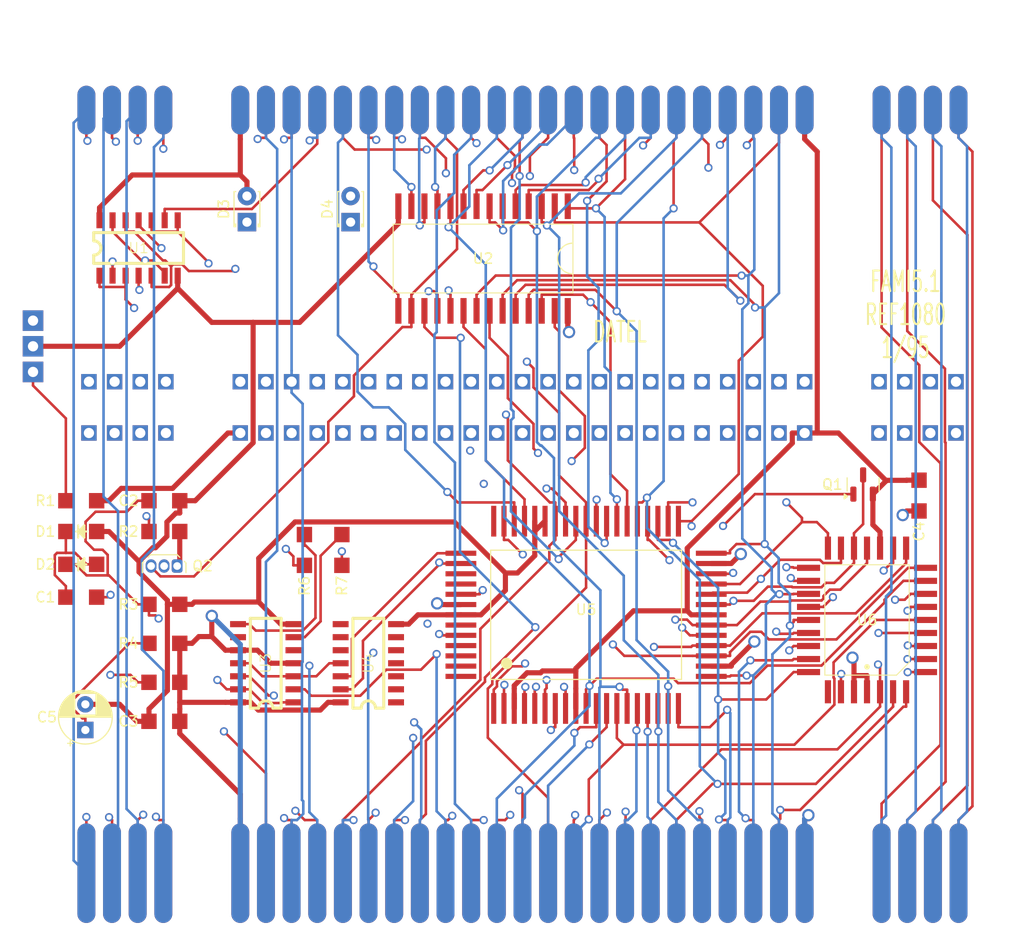
<source format=kicad_pcb>
(kicad_pcb (version 20240108) (generator "pcbnew") (generator_version "8.0")
  (layers (0 "F.Cu" signal) (1 "In1.Cu" signal) (2 "In2.Cu" signal) (31 "B.Cu" signal) (34 "B.Paste" user) (35 "F.Paste" user) (36 "B.SilkS" user "B.Silkscreen") (37 "F.SilkS" user "F.Silkscreen") (38 "B.Mask" user) (39 "F.Mask" user) (44 "Edge.Cuts" user))
  (net 0 "")
  (net 1 "/VCC")
  (net 2 "/D4.Pullup")
  (net 3 "/D4")
  (net 4 "/GND")
  (net 5 "/D4.Pulldown")
  (net 6 "Net-(D3-K)")
  (net 7 "Net-(D4-K)")
  (net 8 "/PwrGood")
  (net 9 "/BA0")
  (net 10 "/PA7")
  (net 11 "/D1")
  (net 12 "/BA3")
  (net 13 "/BA6")
  (net 14 "/~{Reset}")
  (net 15 "/D5")
  (net 16 "/CIC.Out.P1.Top")
  (net 17 "/A9")
  (net 18 "/A14")
  (net 19 "/A5")
  (net 20 "/PA6")
  (net 21 "/A13")
  (net 22 "/PA4")
  (net 23 "/A4")
  (net 24 "/A11")
  (net 25 "/BA1")
  (net 26 "/A7")
  (net 27 "/CIC.Out.P2.Top")
  (net 28 "/D3")
  (net 29 "/D0")
  (net 30 "/PA0")
  (net 31 "/A1")
  (net 32 "/RAudio")
  (net 33 "/BA2")
  (net 34 "/PA3")
  (net 35 "/A0")
  (net 36 "/A2")
  (net 37 "/PA1")
  (net 38 "/PA2")
  (net 39 "/BA4")
  (net 40 "/A15")
  (net 41 "/~{Write}")
  (net 42 "/Refresh")
  (net 43 "/A8")
  (net 44 "/CIC.In.P7")
  (net 45 "/~{PARD}")
  (net 46 "/CPU.Clock")
  (net 47 "/D7")
  (net 48 "/D2")
  (net 49 "/A12")
  (net 50 "/Expand")
  (net 51 "/~{WRAM}")
  (net 52 "/A3")
  (net 53 "/~{PAWR}")
  (net 54 "/CIC.In.P6")
  (net 55 "/PA5")
  (net 56 "/Clock")
  (net 57 "/BA7")
  (net 58 "/A10")
  (net 59 "/~{IRQ}")
  (net 60 "/LAudio")
  (net 61 "/~{Read}.Top")
  (net 62 "/BA5")
  (net 64 "/~{CART}")
  (net 65 "/D6")
  (net 67 "/A6")
  (net 68 "/Switch.Trainer")
  (net 69 "/Switch.Codes.On")
  (net 70 "/Middle.Cart.Select")
  (net 71 "/CIC.Out.P1.Sys")
  (net 72 "/CIC.Out.P2.Middle")
  (net 73 "/Top.Cart.Select")
  (net 74 "/CIC.Out.P2.Sys")
  (net 75 "/CIC.Out.P1.Middle")
  (net 76 "/FF.Clk")
  (net 77 "/FF.Reset")
  (net 80 "Net-(U3A-~{Q})")
  (net 81 "Net-(U3B-~{Q})")
  (net 88 "/LED.~{EN}")
  (net 91 "/~{WE}.Internal")
  (net 150 "/~{Read}.Sys")
  (net 151 "/SRAM.~{CE}")
  (net 153 "/EPROM.~{OE}")
  (net 158 "Net-(D1-K)")
  (footprint "!REF1080:Diode" (layer "F.Cu") (at 99.42 110.87)
    (property "Reference" "D2")
    (property "Value" "D_Filled")
  )
  (footprint "!REF1080:Bottom Edge Connector" (layer "F.Cu") (at 142.42 140.97)
    (property "Reference" "J3" (hide yes))
    (property "Value" "~")
  )
  (footprint "!REF1080:Resistor" (layer "F.Cu") (at 107.52 118.57)
    (property "Reference" "R4")
    (property "Value" "332")
  )
  (footprint "!REF1080:Resistor" (layer "F.Cu") (at 121.17 109.47 90)
    (property "Reference" "R6")
    (property "Value" "221")
  )
  (footprint "Package_TO_SOT_SMD:SOT-23" (layer "F.Cu") (at 175.62 103.09 90)
    (property "Reference" "Q1")
    (property "Value" "BCX19")
  )
  (footprint "!REF1080:Diode" (layer "F.Cu") (at 99.42 107.67)
    (property "Reference" "D1")
    (property "Value" "D_Filled")
  )
  (footprint "!REF1080:Capacitor" (layer "F.Cu") (at 99.42 114.07)
    (property "Reference" "C1")
    (property "Value" "100 nF")
  )
  (footprint "!REF1080:Middle Cartridge Slot" (layer "F.Cu") (at 142.42 95.57)
    (property "Reference" "J2" (hide yes))
    (property "Value" "~")
  )
  (footprint "!REF1080:Resistor" (layer "F.Cu") (at 107.52 107.67)
    (property "Reference" "R2")
    (property "Value" "332")
  )
  (footprint "Capacitor_THT:CP_Radial_D5.0mm_P2.50mm" (layer "F.Cu") (at 99.82 127.0151 90)
    (property "Reference" "C5")
    (property "Value" "10 uF 50V")
  )
  (footprint "!REF1080:HY62256ALJ" (layer "F.Cu") (at 138.58 81.07 90)
    (property "Reference" "U2")
    (property "Value" "HY62256ALJ-10")
  )
  (footprint "!REF1080:SOIC-14" (layer "F.Cu") (at 127.4 120.51 90)
    (property "Reference" "U4")
    (property "Value" "SN74HC32N")
  )
  (footprint "!REF1080:Top Edge Connector" (layer "F.Cu") (at 142.42 66.6)
    (property "Reference" "J1" (hide yes))
    (property "Value" "~")
  )
  (footprint "!REF1080:Capacitor" (layer "F.Cu") (at 107.52 126.17)
    (property "Reference" "C3")
    (property "Value" "100 nF")
  )
  (footprint "!REF1080:LZ95G72" (layer "F.Cu") (at 148.62 115.79)
    (property "Reference" "U5")
    (property "Value" "LZ95G72")
  )
  (footprint "!REF1080:AT27C010" (layer "F.Cu") (at 176 116.29 180)
    (property "Reference" "U6")
    (property "Value" "ATMEL AT27C010" (hide yes))
  )
  (footprint "!REF1080:Resistor" (layer "F.Cu") (at 124.82 109.47 90)
    (property "Reference" "R7")
    (property "Value" "221")
  )
  (footprint "!REF1080:Resistor" (layer "F.Cu") (at 107.52 122.37)
    (property "Reference" "R5")
    (property "Value" "332")
  )
  (footprint "!REF1080:Capacitor" (layer "F.Cu") (at 107.52 104.67)
    (property "Reference" "C2")
    (property "Value" "10 nF")
  )
  (footprint "!REF1080:Capacitor" (layer "F.Cu") (at 181.07 104.17 90)
    (property "Reference" "C4")
    (property "Value" "100 nF")
  )
  (footprint "!REF1080:Resistor" (layer "F.Cu") (at 107.52 114.77)
    (property "Reference" "R3")
    (property "Value" "473")
  )
  (footprint "LED_THT:LED_D1.8mm_W3.3mm_H2.4mm" (layer "F.Cu") (at 115.57 77.52 90)
    (property "Reference" "D3")
    (property "Value" "LED")
  )
  (footprint "LED_THT:LED_D1.8mm_W3.3mm_H2.4mm" (layer "F.Cu") (at 125.67 77.52 90)
    (property "Reference" "D4")
    (property "Value" "LED")
  )
  (footprint "!REF1080:SOIC-14" (layer "F.Cu") (at 105.01 80.04)
    (property "Reference" "U1")
    (property "Value" "~")
  )
  (footprint "Package_TO_SOT_THT:TO-92Flat" (layer "F.Cu") (at 108.765 111.035 180)
    (property "Reference" "Q2")
    (property "Value" "ZVP2106A")
  )
  (footprint "!REF1080:Resistor" (layer "F.Cu") (at 99.42 104.67)
    (property "Reference" "R1")
    (property "Value" "332")
  )
  (footprint "!REF1080:Switch" (layer "F.Cu") (at 94.72 89.62 90)
    (property "Reference" "SW1" (hide yes))
    (property "Value" "SW_SPDT" (hide yes))
  )
  (footprint "!REF1080:SOIC-14" (layer "F.Cu") (at 117.4 120.51 90)
    (property "Reference" "U3")
    (property "Value" "74HC74")
  )
  (gr_line (start 191.32 111.77) (end 187.52 111.77) (stroke (width 0.002)) (layer "Edge.Cuts"))
  (gr_line (start 187.52 109.77) (end 187.52 111.77) (stroke (width 0.002)) (layer "Edge.Cuts"))
  (gr_line (start 97.32 118.02) (end 97.32 120.02) (stroke (width 0.002)) (layer "Edge.Cuts"))
  (gr_line (start 93.52 118.02) (end 93.52 64.02) (stroke (width 0.002)) (layer "Edge.Cuts"))
  (gr_line (start 172.32 135.42) (end 172.32 146.02) (stroke (width 0.002)) (layer "Edge.Cuts"))
  (gr_line (start 172.32 135.42) (end 174.82 135.42) (stroke (width 0.002)) (layer "Edge.Cuts"))
  (gr_line (start 187.52 134.52) (end 187.52 146.02) (stroke (width 0.002)) (layer "Edge.Cuts"))
  (gr_line (start 110.02 135.42) (end 112.52 135.42) (stroke (width 0.002)) (layer "Edge.Cuts"))
  (gr_line (start 93.52 120.02) (end 97.32 120.02) (stroke (width 0.002)) (layer "Edge.Cuts"))
  (gr_line (start 93.52 134.52) (end 93.52 120.02) (stroke (width 0.002)) (layer "Edge.Cuts"))
  (gr_line (start 110.02 135.42) (end 110.02 146.02) (stroke (width 0.002)) (layer "Edge.Cuts"))
  (gr_line (start 97.32 118.02) (end 93.52 118.02) (stroke (width 0.002)) (layer "Edge.Cuts"))
  (gr_line (start 187.52 109.77) (end 191.32 109.77) (stroke (width 0.002)) (layer "Edge.Cuts"))
  (gr_line (start 191.32 64.02) (end 191.32 109.77) (stroke (width 0.002)) (layer "Edge.Cuts"))
  (gr_line (start 97.32 134.52) (end 97.32 146.02) (stroke (width 0.002)) (layer "Edge.Cuts"))
  (gr_line (start 112.52 135.42) (end 112.52 146.02) (stroke (width 0.002)) (layer "Edge.Cuts"))
  (gr_line (start 93.52 64.02) (end 191.32 64.02) (stroke (width 0.002)) (layer "Edge.Cuts"))
  (gr_line (start 110.02 146.02) (end 97.32 146.02) (stroke (width 0.002)) (layer "Edge.Cuts"))
  (gr_line (start 172.32 146.02) (end 112.52 146.02) (stroke (width 0.002)) (layer "Edge.Cuts"))
  (gr_line (start 174.82 135.42) (end 174.82 146.02) (stroke (width 0.002)) (layer "Edge.Cuts"))
  (gr_line (start 191.32 134.52) (end 187.52 134.52) (stroke (width 0.002)) (layer "Edge.Cuts"))
  (gr_line (start 191.32 134.52) (end 191.32 111.77) (stroke (width 0.002)) (layer "Edge.Cuts"))
  (gr_line (start 93.52 134.52) (end 97.32 134.52) (stroke (width 0.002)) (layer "Edge.Cuts"))
  (gr_line (start 187.52 146.02) (end 174.82 146.02) (stroke (width 0.002)) (layer "Edge.Cuts"))
  (gr_text "DATEL" (at 151.92 89.4 0) (layer "F.SilkS") (effects (font (size 2 1.2) (thickness 0.2) (bold yes)) (justify bottom)))
  (gr_text "FAMI5.1\nREF1080\n1/95" (at 179.75 90.93 0) (layer "F.SilkS") (effects (font (size 2 1.2) (thickness 0.2) (bold yes)) (justify bottom)))
  (segment (start 174.73 121.7133) (end 174.73 120.1117) (width 0.5) (layer "F.Cu") (net 1))
  (segment (start 103.3234 103.4683) (end 102.1217 104.67) (width 0.5) (layer "F.Cu") (net 1))
  (segment (start 117.861 120.51) (end 116.591 119.24) (width 0.5) (layer "F.Cu") (net 1))
  (segment (start 114.92 98.07) (end 113.7183 98.07) (width 0.5) (layer "F.Cu") (net 1))
  (segment (start 109.02 122.37) (end 109.02 124.32) (width 0.5) (layer "F.Cu") (net 1))
  (segment (start 123.4733 124.32) (end 122.7216 125.0717) (width 0.5) (layer "F.Cu") (net 1))
  (segment (start 112.1425 115.8975) (end 112.1425 117.9092) (width 0.5) (layer "F.Cu") (net 1))
  (segment (start 174.73 121.7133) (end 176 121.7133) (width 0.5) (layer "F.Cu") (net 1))
  (segment (start 114.92 72.9246) (end 114.92 69.4267) (width 0.5) (layer "F.Cu") (net 1))
  (segment (start 114.92 72.9246) (end 104.3887 72.9246) (width 0.5) (layer "F.Cu") (net 1))
  (segment (start 134.1047 114.6728) (end 134.3511 114.6728) (width 0.5) (layer "F.Cu") (net 1))
  (segment (start 112.1425 117.9092) (end 113.4733 119.24) (width 0.5) (layer "F.Cu") (net 1))
  (segment (start 115.57 73.5746) (end 114.92 72.9246) (width 0.5) (layer "F.Cu") (net 1))
  (segment (start 114.92 140.97) (end 114.92 135.6683) (width 0.5) (layer "F.Cu") (net 1))
  (segment (start 101.2 77.34) (end 101.2 76.1133) (width 0.5) (layer "F.Cu") (net 1))
  (segment (start 114.7 124.32) (end 113.4733 124.32) (width 0.5) (layer "F.Cu") (net 1))
  (segment (start 122.7216 125.0717) (end 116.6784 125.0717) (width 0.5) (layer "F.Cu") (net 1))
  (segment (start 109.02 118.57) (end 109.02 122.37) (width 0.5) (layer "F.Cu") (net 1))
  (segment (start 109.02 124.32) (end 113.4733 124.32) (width 0.5) (layer "F.Cu") (net 1))
  (segment (start 109.02 118.57) (end 110.2217 118.57) (width 0.5) (layer "F.Cu") (net 1))
  (segment (start 109.02 126.17) (end 109.02 124.9683) (width 0.5) (layer "F.Cu") (net 1))
  (segment (start 115.57 74.98) (end 115.57 73.5746) (width 0.5) (layer "F.Cu") (net 1))
  (segment (start 116.6784 125.0717) (end 115.9267 124.32) (width 0.5) (layer "F.Cu") (net 1))
  (segment (start 109.02 127.3717) (end 114.92 133.2717) (width 0.5) (layer "F.Cu") (net 1))
  (segment (start 162.7717 120.646) (end 165.0226 118.3951) (width 0.5) (layer "F.Cu") (net 1))
  (segment (start 160.82 120.79) (end 162.7717 120.79) (width 0.5) (layer "F.Cu") (net 1))
  (segment (start 113.7183 98.07) (end 108.32 103.4683) (width 0.5) (layer "F.Cu") (net 1))
  (segment (start 114.92 133.2717) (end 114.92 135.6683) (width 0.5) (layer "F.Cu") (net 1))
  (segment (start 146.835 87.8717) (end 146.835 88.1102) (width 0.5) (layer "F.Cu") (net 1))
  (segment (start 104.3887 72.9246) (end 101.2 76.1133) (width 0.5) (layer "F.Cu") (net 1))
  (segment (start 109.02 126.17) (end 109.02 127.3717) (width 0.5) (layer "F.Cu") (net 1))
  (segment (start 124.7 124.32) (end 123.4733 124.32) (width 0.5) (layer "F.Cu") (net 1))
  (segment (start 109.02 124.32) (end 109.02 124.9683) (width 0.5) (layer "F.Cu") (net 1))
  (segment (start 176 123.29) (end 176 121.7133) (width 0.5) (layer "F.Cu") (net 1))
  (segment (start 174.73 120.1117) (end 174.5822 119.9639) (width 0.5) (layer "F.Cu") (net 1))
  (segment (start 134.3511 114.6728) (end 134.4683 114.79) (width 0.5) (layer "F.Cu") (net 1))
  (segment (start 108.32 103.4683) (end 103.3234 103.4683) (width 0.5) (layer "F.Cu") (net 1))
  (segment (start 108.765 111.035) (end 109.02 110.78) (width 0.5) (layer "F.Cu") (net 1))
  (segment (start 120.1 120.51) (end 117.861 120.51) (width 0.5) (layer "F.Cu") (net 1))
  (segment (start 116.591 119.24) (end 114.7 119.24) (width 0.5) (layer "F.Cu") (net 1))
  (segment (start 136.42 114.79) (end 134.4683 114.79) (width 0.5) (layer "F.Cu") (net 1))
  (segment (start 181.07 105.67) (end 179.8683 105.67) (width 0.5) (layer "F.Cu") (net 1))
  (segment (start 114.7 124.32) (end 115.9267 124.32) (width 0.5) (layer "F.Cu") (net 1))
  (segment (start 114.7 119.24) (end 113.4733 119.24) (width 0.5) (layer "F.Cu") (net 1))
  (segment (start 179.8683 105.6789) (end 179.8683 105.67) (width 0.5) (layer "F.Cu") (net 1))
  (segment (start 163.6979 109.8638) (end 162.7717 110.79) (width 0.5) (layer "F.Cu") (net 1))
  (segment (start 146.835 86.17) (end 146.835 87.8717) (width 0.5) (layer "F.Cu") (net 1))
  (segment (start 100.92 104.67) (end 102.1217 104.67) (width 0.5) (layer "F.Cu") (net 1))
  (segment (start 114.92 66.6) (end 114.92 69.4267) (width 0.5) (layer "F.Cu") (net 1))
  (segment (start 110.8825 117.9092) (end 110.2217 118.57) (width 0.5) (layer "F.Cu") (net 1))
  (segment (start 174.73 123.29) (end 174.73 121.7133) (width 0.5) (layer "F.Cu") (net 1))
  (segment (start 160.82 110.79) (end 162.7717 110.79) (width 0.5) (layer "F.Cu") (net 1))
  (segment (start 146.835 88.1102) (end 146.9568 88.232) (width 0.5) (layer "F.Cu") (net 1))
  (segment (start 109.02 110.78) (end 109.02 107.67) (width 0.5) (layer "F.Cu") (net 1))
  (segment (start 162.7717 120.79) (end 162.7717 120.646) (width 0.5) (layer "F.Cu") (net 1))
  (segment (start 112.1425 117.9092) (end 110.8825 117.9092) (width 0.5) (layer "F.Cu") (net 1))
  (segment (start 179.4799 106.0673) (end 179.8683 105.6789) (width 0.5) (layer "F.Cu") (net 1))
  (via (at 165.0226 118.3951) (size 1.2) (drill 0.8) (layers "F.Cu" "B.Cu") (net 1))
  (via (at 146.9568 88.232) (size 1.2) (drill 0.8) (layers "F.Cu" "B.Cu") (net 1))
  (via (at 179.4799 106.0673) (size 1.2) (drill 0.8) (layers "F.Cu" "B.Cu") (net 1))
  (via (at 174.5822 119.9639) (size 1.2) (drill 0.8) (layers "F.Cu" "B.Cu") (net 1))
  (via (at 163.6979 109.8638) (size 1.2) (drill 0.8) (layers "F.Cu" "B.Cu") (net 1))
  (via (at 112.1425 115.8975) (size 1.2) (drill 0.8) (layers "F.Cu" "B.Cu") (net 1))
  (via (at 134.1047 114.6728) (size 1.2) (drill 0.8) (layers "F.Cu" "B.Cu") (net 1))
  (segment (start 114.92 118.675) (end 112.1425 115.8975) (width 0.5) (layer "B.Cu") (net 1))
  (segment (start 114.92 140.97) (end 114.92 135.6683) (width 0.5) (layer "B.Cu") (net 1))
  (segment (start 114.92 135.6683) (end 114.92 118.675) (width 0.5) (layer "B.Cu") (net 1))
  (segment (start 134.4651 117.6618) (end 134.5933 117.79) (width 0.25) (layer "F.Cu") (net 2))
  (segment (start 134.3013 117.6618) (end 134.4651 117.6618) (width 0.25) (layer "F.Cu") (net 2))
  (segment (start 136.42 117.79) (end 134.5933 117.79) (width 0.25) (layer "F.Cu") (net 2))
  (via (at 134.3013 117.6618) (size 0.8) (drill 0.5) (layers "F.Cu" "B.Cu") (net 2))
  (segment (start 134.92 69.3017) (end 136.0432 70.4249) (width 0.25) (layer "F.Cu") (net 3))
  (segment (start 106.225 111.1256) (end 107.1443 112.0449) (width 0.25) (layer "F.Cu") (net 3))
  (segment (start 106.225 111.035) (end 106.225 111.1256) (width 0.25) (layer "F.Cu") (net 3))
  (segment (start 171.5609 113.1067) (end 168.7362 113.1067) (width 0.25) (layer "F.Cu") (net 3))
  (segment (start 110.4107 112.0449) (end 123.4967 98.9589) (width 0.25) (layer "F.Cu") (net 3))
  (segment (start 166.338 113.0462) (end 164.959 114.4252) (width 0.25) (layer "F.Cu") (net 3))
  (segment (start 164.959 114.4252) (end 162.9833 114.4252) (width 0.25) (layer "F.Cu") (net 3))
  (segment (start 174.73 107.8383) (end 175.62 106.9483) (width 0.25) (layer "F.Cu") (net 3))
  (segment (start 134.92 66.6) (end 134.92 69.3017) (width 0.25) (layer "F.Cu") (net 3))
  (segment (start 135.1594 135.7933) (end 134.92 135.7933) (width 0.25) (layer "F.Cu") (net 3))
  (segment (start 125.9967 94.4933) (end 125.9967 92.4675) (width 0.25) (layer "F.Cu") (net 3))
  (segment (start 168.6757 113.0462) (end 166.338 113.0462) (width 0.25) (layer "F.Cu") (net 3))
  (segment (start 174.73 110.7417) (end 172.7975 112.6742) (width 0.25) (layer "F.Cu") (net 3))
  (segment (start 171.9934 112.6742) (end 171.5609 113.1067) (width 0.25) (layer "F.Cu") (net 3))
  (segment (start 172.7975 112.6742) (end 171.9934 112.6742) (width 0.25) (layer "F.Cu") (net 3))
  (segment (start 131.595 86.17) (end 131.595 87.7467) (width 0.25) (layer "F.Cu") (net 3))
  (segment (start 123.4967 96.9933) (end 125.9967 94.4933) (width 0.25) (layer "F.Cu") (net 3))
  (segment (start 162.6467 114.7618) (end 162.9833 114.4252) (width 0.25) (layer "F.Cu") (net 3))
  (segment (start 131.595 86.17) (end 131.595 84.5933) (width 0.25) (layer "F.Cu") (net 3))
  (segment (start 168.7362 113.1067) (end 168.6757 113.0462) (width 0.25) (layer "F.Cu") (net 3))
  (segment (start 107.1443 112.0449) (end 110.4107 112.0449) (width 0.25) (layer "F.Cu") (net 3))
  (segment (start 174.73 109.29) (end 174.73 110.7417) (width 0.25) (layer "F.Cu") (net 3))
  (segment (start 135.5766 135.3761) (end 135.1594 135.7933) (width 0.25) (layer "F.Cu") (net 3))
  (segment (start 160.82 114.79) (end 162.6467 114.79) (width 0.25) (layer "F.Cu") (net 3))
  (segment (start 134.92 140.97) (end 134.92 135.7933) (width 0.25) (layer "F.Cu") (net 3))
  (segment (start 174.73 108.5641) (end 174.73 109.29) (width 0.25) (layer "F.Cu") (net 3))
  (segment (start 175.62 106.9483) (end 175.62 102.1525) (width 0.25) (layer "F.Cu") (net 3))
  (segment (start 123.4967 98.9589) (end 123.4967 96.9933) (width 0.25) (layer "F.Cu") (net 3))
  (segment (start 136.0432 80.1451) (end 131.595 84.5933) (width 0.25) (layer "F.Cu") (net 3))
  (segment (start 136.0432 70.4249) (end 136.0432 80.1451) (width 0.25) (layer "F.Cu") (net 3))
  (segment (start 130.7175 87.7467) (end 131.595 87.7467) (width 0.25) (layer "F.Cu") (net 3))
  (segment (start 174.73 108.5641) (end 174.73 107.8383) (width 0.25) (layer "F.Cu") (net 3))
  (segment (start 162.6467 114.79) (end 162.6467 114.7618) (width 0.25) (layer "F.Cu") (net 3))
  (segment (start 125.9967 92.4675) (end 130.7175 87.7467) (width 0.25) (layer "F.Cu") (net 3))
  (via (at 135.5766 135.3761) (size 0.8) (drill 0.5) (layers "F.Cu" "B.Cu") (net 3))
  (via (at 162.9833 114.4252) (size 0.8) (drill 0.5) (layers "F.Cu" "B.Cu") (net 3))
  (segment (start 147.62 121.0196) (end 147.62 121.2584) (width 0.5) (layer "F.Cu") (net 4))
  (segment (start 105.0492 111.6122) (end 107.8183 114.3813) (width 0.5) (layer "F.Cu") (net 4))
  (segment (start 109.02 105.2708) (end 109.02 105.8717) (width 0.5) (layer "F.Cu") (net 4))
  (segment (start 169.92 140.97) (end 169.92 135.6683) (width 0.5) (layer "F.Cu") (net 4))
  (segment (start 135.7821 106.7385) (end 120.2571 106.7385) (width 0.5) (layer "F.Cu") (net 4))
  (segment (start 109.02 105.2708) (end 109.02 104.67) (width 0.5) (layer "F.Cu") (net 4))
  (segment (start 105.0492 110.5976) (end 105.0492 111.6122) (width 0.5) (layer "F.Cu") (net 4))
  (segment (start 120.7063 87.2904) (end 116.17 87.2904) (width 0.5) (layer "F.Cu") (net 4))
  (segment (start 116.17 99.0254) (end 110.5254 104.67) (width 0.5) (layer "F.Cu") (net 4))
  (segment (start 116.17 87.2904) (end 116.17 99.0254) (width 0.5) (layer "F.Cu") (net 4))
  (segment (start 144.62 106.665) (end 144.6079 106.6529) (width 0.5) (layer "F.Cu") (net 4))
  (segment (start 173.2121 98.07) (end 171.1497 98.07) (width 0.5) (layer "F.Cu") (net 4))
  (segment (start 120.2571 106.7385) (end 116.718 110.2776) (width 0.5) (layer "F.Cu") (net 4))
  (segment (start 106.02 124.9683) (end 107.8183 123.17) (width 0.5) (layer "F.Cu") (net 4))
  (segment (start 144.6079 106.6529) (end 143.62 107.6408) (width 0.5) (layer "F.Cu") (net 4))
  (segment (start 116.718 114.5447) (end 118.8733 116.7) (width 0.5) (layer "F.Cu") (net 4))
  (segment (start 179.8543 102.684) (end 179.8683 102.67) (width 0.5) (layer "F.Cu") (net 4))
  (segment (start 107.7678 108.1399) (end 107.7678 106.7484) (width 0.5) (layer "F.Cu") (net 4))
  (segment (start 176.57 104.0275) (end 177.8261 102.7714) (width 0.5) (layer "F.Cu") (net 4))
  (segment (start 108.82 82.74) (end 108.82 83.9667) (width 0.5) (layer "F.Cu") (net 4))
  (segment (start 103.1667 89.62) (end 108.82 83.9667) (width 0.5) (layer "F.Cu") (net 4))
  (segment (start 158.4803 109.2966) (end 168.7183 99.0586) (width 0.5) (layer "F.Cu") (net 4))
  (segment (start 143.62 110.0253) (end 143.62 108.6167) (width 0.5) (layer "F.Cu") (net 4))
  (segment (start 110.5254 104.67) (end 109.02 104.67) (width 0.5) (layer "F.Cu") (net 4))
  (segment (start 141.62 122.6872) (end 141.62 122.9633) (width 0.5) (layer "F.Cu") (net 4))
  (segment (start 140.7577 113.404) (end 140.7577 111.7141) (width 0.5) (layer "F.Cu") (net 4))
  (segment (start 94.72 89.62) (end 103.1667 89.62) (width 0.5) (layer "F.Cu") (net 4))
  (segment (start 160.82 115.79) (end 158.8683 115.79) (width 0.5) (layer "F.Cu") (net 4))
  (segment (start 100.92 107.67) (end 102.1217 107.67) (width 0.5) (layer "F.Cu") (net 4))
  (segment (start 171.1497 98.07) (end 169.92 98.07) (width 0.5) (layer "F.Cu") (net 4))
  (segment (start 116.718 110.2776) (end 116.718 114.5447) (width 0.5) (layer "F.Cu") (net 4))
  (segment (start 177.27 109.29) (end 177.27 107.7133) (width 0.5) (layer "F.Cu") (net 4))
  (segment (start 171.1497 98.07) (end 171.1497 70.6564) (width 0.5) (layer "F.Cu") (net 4))
  (segment (start 141.62 123.9391) (end 141.62 122.9633) (width 0.5) (layer "F.Cu") (net 4))
  (segment (start 177.8261 102.7714) (end 177.8261 102.684) (width 0.5) (layer "F.Cu") (net 4))
  (segment (start 106.3989 109.2479) (end 106.6598 109.2479) (width 0.5) (layer "F.Cu") (net 4))
  (segment (start 130.325 77.6717) (end 120.7063 87.2904) (width 0.5) (layer "F.Cu") (net 4))
  (segment (start 143.62 106.665) (end 143.62 107.6408) (width 0.5) (layer "F.Cu") (net 4))
  (segment (start 169.9336 135.6683) (end 169.92 135.6683) (width 0.5) (layer "F.Cu") (net 4))
  (segment (start 170.2873 135.3146) (end 169.9336 135.6683) (width 0.5) (layer "F.Cu") (net 4))
  (segment (start 112.1437 87.2904) (end 108.82 83.9667) (width 0.5) (layer "F.Cu") (net 4))
  (segment (start 138.3717 115.79) (end 140.7577 113.404) (width 0.5) (layer "F.Cu") (net 4))
  (segment (start 141.9312 111.7141) (end 143.62 110.0253) (width 0.5) (layer "F.Cu") (net 4))
  (segment (start 136.42 115.79) (end 138.3717 115.79) (width 0.5) (layer "F.Cu") (net 4))
  (segment (start 177.8261 102.684) (end 173.2121 98.07) (width 0.5) (layer "F.Cu") (net 4))
  (segment (start 147.62 121.2584) (end 144.3739 121.2584) (width 0.5) (layer "F.Cu") (net 4))
  (segment (start 147.62 124.915) (end 147.62 122.9633) (width 0.5) (layer "F.Cu") (net 4))
  (segment (start 107.8183 114.3813) (end 107.8183 114.77) (width 0.5) (layer "F.Cu") (net 4))
  (segment (start 140.7577 111.7141) (end 135.7821 106.7385) (width 0.5) (layer "F.Cu") (net 4))
  (segment (start 169.92 66.6) (end 169.92 69.4267) (width 0.5) (layer "F.Cu") (net 4))
  (segment (start 143.62 107.6408) (end 143.62 108.6167) (width 0.5) (layer "F.Cu") (net 4))
  (segment (start 107.8183 123.17) (end 107.8183 114.77) (width 0.5) (layer "F.Cu") (net 4))
  (segment (start 130.325 75.97) (end 130.325 77.6717) (width 0.5) (layer "F.Cu") (net 4))
  (segment (start 147.62 122.9633) (end 147.62 121.2584) (width 0.5) (layer "F.Cu") (net 4))
  (segment (start 140.7577 111.7141) (end 141.9312 111.7141) (width 0.5) (layer "F.Cu") (net 4))
  (segment (start 107.7678 106.7484) (end 108.6445 105.8717) (width 0.5) (layer "F.Cu") (net 4))
  (segment (start 130.1 116.7) (end 131.3267 116.7) (width 0.5) (layer "F.Cu") (net 4))
  (segment (start 141.62 123.9391) (end 141.62 124.915) (width 0.5) (layer "F.Cu") (net 4))
  (segment (start 105.0493 110.5975) (end 102.1217 107.67) (width 0.5) (layer "F.Cu") (net 4))
  (segment (start 106.02 126.17) (end 106.02 124.9683) (width 0.5) (layer "F.Cu") (net 4))
  (segment (start 106.6598 109.2479) (end 107.7678 108.1399) (width 0.5) (layer "F.Cu") (net 4))
  (segment (start 103.1634 124.5151) (end 104.8183 126.17) (width 0.5) (layer "F.Cu") (net 4))
  (segment (start 132.2367 115.79) (end 131.3267 116.7) (width 0.5) (layer "F.Cu") (net 4))
  (segment (start 99.82 124.5151) (end 103.1634 124.5151) (width 0.5) (layer "F.Cu") (net 4))
  (segment (start 105.0493 110.5975) (end 105.0492 110.5976) (width 0.5) (layer "F.Cu") (net 4))
  (segment (start 116.17 87.2904) (end 112.1437 87.2904) (width 0.5) (layer "F.Cu") (net 4))
  (segment (start 176.57 107.0133) (end 177.27 107.7133) (width 0.5) (layer "F.Cu") (net 4))
  (segment (start 171.1497 70.6564) (end 169.92 69.4267) (width 0.5) (layer "F.Cu") (net 4))
  (segment (start 181.07 102.67) (end 179.8683 102.67) (width 0.5) (layer "F.Cu") (net 4))
  (segment (start 144.1942 121.4381) (end 142.8691 121.4381) (width 0.5) (layer "F.Cu") (net 4))
  (segment (start 158.8683 115.79) (end 158.4803 115.402) (width 0.5) (layer "F.Cu") (net 4))
  (segment (start 168.7183 99.0586) (end 168.7183 98.07) (width 0.5) (layer "F.Cu") (net 4))
  (segment (start 142.8691 121.4381) (end 141.62 122.6872) (width 0.5) (layer "F.Cu") (net 4))
  (segment (start 176.57 104.0275) (end 176.57 107.0133) (width 0.5) (layer "F.Cu") (net 4))
  (segment (start 109.02 114.77) (end 110.2217 114.77) (width 0.5) (layer "F.Cu") (net 4))
  (segment (start 110.2217 114.77) (end 110.447 114.5447) (width 0.5) (layer "F.Cu") (net 4))
  (segment (start 105.0493 110.5975) (end 106.3989 109.2479) (width 0.5) (layer "F.Cu") (net 4))
  (segment (start 120.1 116.7) (end 118.8733 116.7) (width 0.5) (layer "F.Cu") (net 4))
  (segment (start 109.02 114.77) (end 107.8183 114.77) (width 0.5) (layer "F.Cu") (net 4))
  (segment (start 158.4803 115.402) (end 158.4803 109.2966) (width 0.5) (layer "F.Cu") (net 4))
  (segment (start 105.9575 126.17) (end 104.8183 126.17) (width 0.5) (layer "F.Cu") (net 4))
  (segment (start 108.6445 105.8717) (end 109.02 105.8717) (width 0.5) (layer "F.Cu") (net 4))
  (segment (start 144.3739 121.2584) (end 144.1942 121.4381) (width 0.5) (layer "F.Cu") (net 4))
  (segment (start 158.4803 115.402) (end 153.2376 115.402) (width 0.5) (layer "F.Cu") (net 4))
  (segment (start 169.92 98.07) (end 168.7183 98.07) (width 0.5) (layer "F.Cu") (net 4))
  (segment (start 136.42 115.79) (end 132.2367 115.79) (width 0.5) (layer "F.Cu") (net 4))
  (segment (start 153.2376 115.402) (end 147.62 121.0196) (width 0.5) (layer "F.Cu") (net 4))
  (segment (start 177.8261 102.684) (end 179.8543 102.684) (width 0.5) (layer "F.Cu") (net 4))
  (segment (start 110.447 114.5447) (end 116.718 114.5447) (width 0.5) (layer "F.Cu") (net 4))
  (segment (start 105.9575 126.17) (end 106.02 126.17) (width 0.5) (layer "F.Cu") (net 4))
  (via (at 170.2873 135.3146) (size 1.2) (drill 0.8) (layers "F.Cu" "B.Cu") (net 4))
  (segment (start 169.9336 135.6683) (end 169.92 135.6683) (width 0.5) (layer "B.Cu") (net 4))
  (segment (start 170.2873 135.3146) (end 169.9336 135.6683) (width 0.5) (layer "B.Cu") (net 4))
  (segment (start 169.92 140.97) (end 169.92 135.6683) (width 0.5) (layer "B.Cu") (net 4))
  (segment (start 165.0716 104.0275) (end 161.9669 107.1322) (width 0.25) (layer "F.Cu") (net 5))
  (segment (start 136.42 113.79) (end 138.2467 113.79) (width 0.25) (layer "F.Cu") (net 5))
  (segment (start 138.2467 113.6796) (end 138.2467 113.79) (width 0.25) (layer "F.Cu") (net 5))
  (segment (start 174.67 104.0275) (end 165.0716 104.0275) (width 0.25) (layer "F.Cu") (net 5))
  (segment (start 138.5449 113.3814) (end 138.2467 113.6796) (width 0.25) (layer "F.Cu") (net 5))
  (via (at 161.9669 107.1322) (size 0.8) (drill 0.5) (layers "F.Cu" "B.Cu") (net 5))
  (via (at 138.5449 113.3814) (size 0.8) (drill 0.5) (layers "F.Cu" "B.Cu") (net 5))
  (segment (start 119.3609 109.3674) (end 120.0933 110.0998) (width 0.25) (layer "F.Cu") (net 6))
  (segment (start 120.0933 110.0998) (end 120.0933 110.97) (width 0.25) (layer "F.Cu") (net 6))
  (segment (start 121.17 110.97) (end 120.0933 110.97) (width 0.25) (layer "F.Cu") (net 6))
  (via (at 119.3609 109.3674) (size 0.8) (drill 0.5) (layers "F.Cu" "B.Cu") (net 6))
  (segment (start 124.82 109.6036) (end 124.82 110.97) (width 0.25) (layer "F.Cu") (net 7))
  (via (at 124.82 109.6036) (size 0.8) (drill 0.5) (layers "F.Cu" "B.Cu") (net 7))
  (segment (start 99.82 125.8884) (end 99.5383 125.8884) (width 0.25) (layer "F.Cu") (net 8))
  (segment (start 104.1109 118.57) (end 106.02 118.57) (width 0.25) (layer "F.Cu") (net 8))
  (segment (start 98.6699 124.011) (end 104.1109 118.57) (width 0.25) (layer "F.Cu") (net 8))
  (segment (start 99.5383 125.8884) (end 98.6699 125.02) (width 0.25) (layer "F.Cu") (net 8))
  (segment (start 146.62 122.9575) (end 146.4736 122.8111) (width 0.25) (layer "F.Cu") (net 8))
  (segment (start 146.62 124.915) (end 146.62 122.9575) (width 0.25) (layer "F.Cu") (net 8))
  (segment (start 98.6699 125.02) (end 98.6699 124.011) (width 0.25) (layer "F.Cu") (net 8))
  (segment (start 99.82 127.0151) (end 99.82 125.8884) (width 0.25) (layer "F.Cu") (net 8))
  (via (at 146.4736 122.8111) (size 0.8) (drill 0.5) (layers "F.Cu" "B.Cu") (net 8))
  (segment (start 171.0141 132.2676) (end 161.4269 132.2676) (width 0.25) (layer "F.Cu") (net 9))
  (segment (start 157.42 69.3017) (end 157.1495 69.5722) (width 0.25) (layer "F.Cu") (net 9))
  (segment (start 157.42 140.97) (end 157.42 135.7933) (width 0.25) (layer "F.Cu") (net 9))
  (segment (start 154.0877 104.8383) (end 154.5515 104.3745) (width 0.25) (layer "F.Cu") (net 9))
  (segment (start 157.1495 69.5722) (end 157.1495 76.177) (width 0.25) (layer "F.Cu") (net 9))
  (segment (start 153.62 104.8383) (end 154.0877 104.8383) (width 0.25) (layer "F.Cu") (net 9))
  (segment (start 178.54 123.29) (end 178.54 124.7417) (width 0.25) (layer "F.Cu") (net 9))
  (segment (start 153.62 106.665) (end 153.62 104.8383) (width 0.25) (layer "F.Cu") (net 9))
  (segment (start 161.4269 132.2676) (end 160.9457 132.2676) (width 0.25) (layer "F.Cu") (net 9))
  (segment (start 157.42 66.6) (end 157.42 69.3017) (width 0.25) (layer "F.Cu") (net 9))
  (segment (start 178.54 124.7417) (end 171.0141 132.2676) (width 0.25) (layer "F.Cu") (net 9))
  (segment (start 160.9457 132.2676) (end 157.42 135.7933) (width 0.25) (layer "F.Cu") (net 9))
  (via (at 161.4269 132.2676) (size 0.8) (drill 0.5) (layers "F.Cu" "B.Cu") (net 9))
  (via (at 157.1495 76.177) (size 0.8) (drill 0.5) (layers "F.Cu" "B.Cu") (net 9))
  (via (at 154.5515 104.3745) (size 0.8) (drill 0.5) (layers "F.Cu" "B.Cu") (net 9))
  (segment (start 159.7015 112.3875) (end 157.0475 109.7335) (width 0.25) (layer "B.Cu") (net 9))
  (segment (start 156.1755 102.7505) (end 154.5515 104.3745) (width 0.25) (layer "B.Cu") (net 9))
  (segment (start 157.1495 76.177) (end 156.1755 77.151) (width 0.25) (layer "B.Cu") (net 9))
  (segment (start 154.5515 107.3345) (end 154.5515 104.3745) (width 0.25) (layer "B.Cu") (net 9))
  (segment (start 157.0475 109.7335) (end 156.9505 109.7335) (width 0.25) (layer "B.Cu") (net 9))
  (segment (start 161.4269 132.2676) (end 159.7015 130.5422) (width 0.25) (layer "B.Cu") (net 9))
  (segment (start 159.7015 130.5422) (end 159.7015 112.3875) (width 0.25) (layer "B.Cu") (net 9))
  (segment (start 156.9505 109.7335) (end 154.5515 107.3345) (width 0.25) (layer "B.Cu") (net 9))
  (segment (start 156.1755 77.151) (end 156.1755 102.7505) (width 0.25) (layer "B.Cu") (net 9))
  (segment (start 183.6546 132.0587) (end 179.92 135.7933) (width 0.25) (layer "F.Cu") (net 10))
  (segment (start 183.5933 98.9554) (end 183.6546 99.0167) (width 0.25) (layer "F.Cu") (net 10))
  (segment (start 183.5933 91.802) (end 183.5933 98.9554) (width 0.25) (layer "F.Cu") (net 10))
  (segment (start 179.92 88.1287) (end 183.5933 91.802) (width 0.25) (layer "F.Cu") (net 10))
  (segment (start 179.92 66.6) (end 179.92 88.1287) (width 0.25) (layer "F.Cu") (net 10))
  (segment (start 183.6546 99.0167) (end 183.6546 132.0587) (width 0.25) (layer "F.Cu") (net 10))
  (segment (start 179.92 140.97) (end 179.92 135.7933) (width 0.25) (layer "F.Cu") (net 10))
  (segment (start 165.79 115.6467) (end 162.6467 118.79) (width 0.25) (layer "F.Cu") (net 11))
  (segment (start 118.1899 123.6581) (end 117.6798 123.6581) (width 0.25) (layer "F.Cu") (net 11))
  (segment (start 114.7 121.78) (end 115.8017 121.78) (width 0.25) (layer "F.Cu") (net 11))
  (segment (start 174.905 115.6467) (end 165.79 115.6467) (width 0.25) (layer "F.Cu") (net 11))
  (segment (start 179.81 110.7417) (end 174.905 115.6467) (width 0.25) (layer "F.Cu") (net 11))
  (segment (start 158.8669 118.9164) (end 158.9933 118.79) (width 0.25) (layer "F.Cu") (net 11))
  (segment (start 155.2353 118.9164) (end 158.8669 118.9164) (width 0.25) (layer "F.Cu") (net 11))
  (segment (start 132.865 75.97) (end 132.865 77.5467) (width 0.25) (layer "F.Cu") (net 11))
  (segment (start 132.865 77.5467) (end 132.7014 77.5467) (width 0.25) (layer "F.Cu") (net 11))
  (segment (start 117.6798 123.6581) (end 115.8017 121.78) (width 0.25) (layer "F.Cu") (net 11))
  (segment (start 132.7014 77.5467) (end 132.4089 77.8392) (width 0.25) (layer "F.Cu") (net 11))
  (segment (start 160.82 118.79) (end 162.6467 118.79) (width 0.25) (layer "F.Cu") (net 11))
  (segment (start 160.82 118.79) (end 158.9933 118.79) (width 0.25) (layer "F.Cu") (net 11))
  (segment (start 179.81 109.29) (end 179.81 110.7417) (width 0.25) (layer "F.Cu") (net 11))
  (via (at 155.2353 118.9164) (size 0.8) (drill 0.5) (layers "F.Cu" "B.Cu") (net 11))
  (via (at 118.1899 123.6581) (size 0.8) (drill 0.5) (layers "F.Cu" "B.Cu") (net 11))
  (via (at 131.863 126.2691) (size 0.8) (drill 0.5) (layers "F.Cu" "B.Cu") (net 11))
  (via (at 132.4089 77.8392) (size 0.8) (drill 0.5) (layers "F.Cu" "B.Cu") (net 11))
  (segment (start 132.5538 126.9599) (end 131.863 126.2691) (width 0.25) (layer "B.Cu") (net 11))
  (segment (start 132.42 69.3017) (end 132.3554 69.3663) (width 0.25) (layer "B.Cu") (net 11))
  (segment (start 132.3554 69.3663) (end 132.3554 77.7857) (width 0.25) (layer "B.Cu") (net 11))
  (segment (start 132.42 135.7933) (end 132.5538 135.6595) (width 0.25) (layer "B.Cu") (net 11))
  (segment (start 132.5538 135.6595) (end 132.5538 126.9599) (width 0.25) (layer "B.Cu") (net 11))
  (segment (start 132.42 66.6) (end 132.42 69.3017) (width 0.25) (layer "B.Cu") (net 11))
  (segment (start 132.3554 77.7857) (end 132.4089 77.8392) (width 0.25) (layer "B.Cu") (net 11))
  (segment (start 132.42 140.97) (end 132.42 135.7933) (width 0.25) (layer "B.Cu") (net 11))
  (segment (start 150.62 106.665) (end 150.62 108.4917) (width 0.25) (layer "F.Cu") (net 12))
  (segment (start 150.6169 73.5458) (end 150.6169 69.9986) (width 0.25) (layer "F.Cu") (net 12))
  (segment (start 150.4319 108.7948) (end 150.4319 108.6798) (width 0.25) (layer "F.Cu") (net 12))
  (segment (start 150.6169 69.9986) (end 149.92 69.3017) (width 0.25) (layer "F.Cu") (net 12))
  (segment (start 149.92 140.97) (end 149.92 135.7933) (width 0.25) (layer "F.Cu") (net 12))
  (segment (start 148.7176 75.4451) (end 150.6169 73.5458) (width 0.25) (layer "F.Cu") (net 12))
  (segment (start 149.92 135.7933) (end 150.6518 135.0615) (width 0.25) (layer "F.Cu") (net 12))
  (segment (start 150.4319 108.6798) (end 150.62 108.4917) (width 0.25) (layer "F.Cu") (net 12))
  (segment (start 149.92 66.6) (end 149.92 69.3017) (width 0.25) (layer "F.Cu") (net 12))
  (via (at 148.7176 75.4451) (size 0.8) (drill 0.5) (layers "F.Cu" "B.Cu") (net 12))
  (via (at 150.6518 135.0615) (size 0.8) (drill 0.5) (layers "F.Cu" "B.Cu") (net 12))
  (via (at 150.4319 108.7948) (size 0.8) (drill 0.5) (layers "F.Cu" "B.Cu") (net 12))
  (segment (start 148.8433 107.2062) (end 150.4319 108.7948) (width 0.25) (layer "B.Cu") (net 12))
  (segment (start 149.8386 89.0176) (end 148.8433 90.0129) (width 0.25) (layer "B.Cu") (net 12))
  (segment (start 148.7176 82.8151) (end 149.8386 83.9361) (width 0.25) (layer "B.Cu") (net 12))
  (segment (start 149.8386 83.9361) (end 149.8386 89.0176) (width 0.25) (layer "B.Cu") (net 12))
  (segment (start 148.8433 90.0129) (end 148.8433 107.2062) (width 0.25) (layer "B.Cu") (net 12))
  (segment (start 148.7176 75.4451) (end 148.7176 82.8151) (width 0.25) (layer "B.Cu") (net 12))
  (segment (start 147.62 106.665) (end 147.62 108.4917) (width 0.25) (layer "F.Cu") (net 13))
  (segment (start 142.42 66.6) (end 142.42 69.3017) (width 0.25) (layer "F.Cu") (net 13))
  (segment (start 142.42 140.97) (end 142.42 135.7933) (width 0.25) (layer "F.Cu") (net 13))
  (segment (start 142.42 133.2132) (end 142.0919 132.8851) (width 0.25) (layer "F.Cu") (net 13))
  (segment (start 142.1425 69.5792) (end 142.1425 73.0309) (width 0.25) (layer "F.Cu") (net 13))
  (segment (start 145.9469 110.1648) (end 145.9469 110.3591) (width 0.25) (layer "F.Cu") (net 13))
  (segment (start 142.42 135.7933) (end 142.42 133.2132) (width 0.25) (layer "F.Cu") (net 13))
  (segment (start 142.42 69.3017) (end 142.1425 69.5792) (width 0.25) (layer "F.Cu") (net 13))
  (segment (start 147.62 108.4917) (end 145.9469 110.1648) (width 0.25) (layer "F.Cu") (net 13))
  (via (at 142.1425 73.0309) (size 0.8) (drill 0.5) (layers "F.Cu" "B.Cu") (net 13))
  (via (at 142.0919 132.8851) (size 0.8) (drill 0.5) (layers "F.Cu" "B.Cu") (net 13))
  (via (at 145.9469 110.3591) (size 0.8) (drill 0.5) (layers "F.Cu" "B.Cu") (net 13))
  (segment (start 142.1425 73.0309) (end 142.1425 77.2151) (width 0.25) (layer "B.Cu") (net 13))
  (segment (start 141.3006 95.7321) (end 141.5445 95.976) (width 0.25) (layer "B.Cu") (net 13))
  (segment (start 142.1425 77.2151) (end 141.3006 78.057) (width 0.25) (layer "B.Cu") (net 13))
  (segment (start 141.3006 78.057) (end 141.3006 95.7321) (width 0.25) (layer "B.Cu") (net 13))
  (segment (start 141.5445 96.578) (end 141.3006 96.8219) (width 0.25) (layer "B.Cu") (net 13))
  (segment (start 141.5445 95.976) (end 141.5445 96.578) (width 0.25) (layer "B.Cu") (net 13))
  (segment (start 141.3006 96.8219) (end 141.3006 105.7128) (width 0.25) (layer "B.Cu") (net 13))
  (segment (start 141.3006 105.7128) (end 145.9469 110.3591) (width 0.25) (layer "B.Cu") (net 13))
  (segment (start 117.42 66.6) (end 117.42 69.3017) (width 0.25) (layer "B.Cu") (net 14))
  (segment (start 117.42 110.6324) (end 117.42 135.7933) (width 0.25) (layer "B.Cu") (net 14))
  (segment (start 117.42 69.3017) (end 118.5124 70.3941) (width 0.25) (layer "B.Cu") (net 14))
  (segment (start 118.5124 109.54) (end 117.42 110.6324) (width 0.25) (layer "B.Cu") (net 14))
  (segment (start 117.42 140.97) (end 117.42 135.7933) (width 0.25) (layer "B.Cu") (net 14))
  (segment (start 118.5124 70.3941) (end 118.5124 109.54) (width 0.25) (layer "B.Cu") (net 14))
  (segment (start 171.4032 110.4261) (end 167.5233 110.4261) (width 0.25) (layer "F.Cu") (net 15))
  (segment (start 160.9797 113.6303) (end 160.82 113.79) (width 0.25) (layer "F.Cu") (net 15))
  (segment (start 132.9652 69.3017) (end 134.9594 71.2959) (width 0.25) (layer "F.Cu") (net 15))
  (segment (start 133.0055 135.2078) (end 133.0055 128.0775) (width 0.25) (layer "F.Cu") (net 15))
  (segment (start 136.398 88.7897) (end 133.908 88.7897) (width 0.25) (layer "F.Cu") (net 15))
  (segment (start 138.7674 122.3156) (end 138.7674 121.8979) (width 0.25) (layer "F.Cu") (net 15))
  (segment (start 133.0055 128.0775) (end 138.7674 122.3156) (width 0.25) (layer "F.Cu") (net 15))
  (segment (start 132.42 140.97) (end 132.42 135.7933) (width 0.25) (layer "F.Cu") (net 15))
  (segment (start 134.9594 71.2959) (end 134.9594 72.7499) (width 0.25) (layer "F.Cu") (net 15))
  (segment (start 167.5233 110.4261) (end 165.6593 112.2901) (width 0.25) (layer "F.Cu") (net 15))
  (segment (start 138.7674 121.8979) (end 143.6728 116.9925) (width 0.25) (layer "F.Cu") (net 15))
  (segment (start 132.42 135.7933) (end 133.0055 135.2078) (width 0.25) (layer "F.Cu") (net 15))
  (segment (start 133.908 88.7897) (end 132.865 87.7467) (width 0.25) (layer "F.Cu") (net 15))
  (segment (start 132.42 69.3017) (end 132.9652 69.3017) (width 0.25) (layer "F.Cu") (net 15))
  (segment (start 164.3191 113.6303) (end 160.9797 113.6303) (width 0.25) (layer "F.Cu") (net 15))
  (segment (start 173.46 109.29) (end 173.46 110.7417) (width 0.25) (layer "F.Cu") (net 15))
  (segment (start 165.6593 112.2901) (end 164.3191 113.6303) (width 0.25) (layer "F.Cu") (net 15))
  (segment (start 171.7188 110.7417) (end 171.4032 110.4261) (width 0.25) (layer "F.Cu") (net 15))
  (segment (start 132.42 66.6) (end 132.42 69.3017) (width 0.25) (layer "F.Cu") (net 15))
  (segment (start 173.46 110.7417) (end 171.7188 110.7417) (width 0.25) (layer "F.Cu") (net 15))
  (segment (start 132.865 86.17) (end 132.865 87.7467) (width 0.25) (layer "F.Cu") (net 15))
  (via (at 143.6728 116.9925) (size 0.8) (drill 0.5) (layers "F.Cu" "B.Cu") (net 15))
  (via (at 136.398 88.7897) (size 0.8) (drill 0.5) (layers "F.Cu" "B.Cu") (net 15))
  (via (at 134.9594 72.7499) (size 0.8) (drill 0.5) (layers "F.Cu" "B.Cu") (net 15))
  (via (at 165.6593 112.2901) (size 0.8) (drill 0.5) (layers "F.Cu" "B.Cu") (net 15))
  (segment (start 136.3308 88.8569) (end 136.3308 109.6505) (width 0.25) (layer "B.Cu") (net 15))
  (segment (start 136.398 88.7897) (end 136.3308 88.8569) (width 0.25) (layer "B.Cu") (net 15))
  (segment (start 136.3308 109.6505) (end 143.6728 116.9925) (width 0.25) (layer "B.Cu") (net 15))
  (segment (start 102.47 81.3579) (end 102.47 82.74) (width 0.25) (layer "F.Cu") (net 16))
  (via (at 121.6802 69.5592) (size 0.8) (drill 0.5) (layers "F.Cu" "B.Cu") (net 16))
  (via (at 102.47 81.3579) (size 0.8) (drill 0.5) (layers "F.Cu" "B.Cu") (net 16))
  (segment (start 122.42 66.6) (end 122.42 69.3017) (width 0.25) (layer "B.Cu") (net 16))
  (segment (start 121.9377 69.3017) (end 121.6802 69.5592) (width 0.25) (layer "B.Cu") (net 16))
  (segment (start 122.42 69.3017) (end 121.9377 69.3017) (width 0.25) (layer "B.Cu") (net 16))
  (segment (start 160.6786 126.7417) (end 162.3704 125.0499) (width 0.25) (layer "F.Cu") (net 17))
  (segment (start 141.755 86.17) (end 141.755 84.5933) (width 0.25) (layer "F.Cu") (net 17))
  (segment (start 157.62 126.7417) (end 160.6786 126.7417) (width 0.25) (layer "F.Cu") (net 17))
  (segment (start 142.7178 83.6305) (end 141.755 84.5933) (width 0.25) (layer "F.Cu") (net 17))
  (segment (start 163.6546 85.1755) (end 162.1096 83.6305) (width 0.25) (layer "F.Cu") (net 17))
  (segment (start 170.3 117.56) (end 168.8483 117.56) (width 0.25) (layer "F.Cu") (net 17))
  (segment (start 167.1533 117.4326) (end 167.3606 117.6399) (width 0.25) (layer "F.Cu") (net 17))
  (segment (start 162.1096 83.6305) (end 142.7178 83.6305) (width 0.25) (layer "F.Cu") (net 17))
  (segment (start 168.7684 117.6399) (end 168.8483 117.56) (width 0.25) (layer "F.Cu") (net 17))
  (segment (start 157.62 124.915) (end 157.62 126.7417) (width 0.25) (layer "F.Cu") (net 17))
  (segment (start 167.3606 117.6399) (end 168.7684 117.6399) (width 0.25) (layer "F.Cu") (net 17))
  (via (at 162.3704 125.0499) (size 0.8) (drill 0.5) (layers "F.Cu" "B.Cu") (net 17))
  (via (at 163.6546 85.1755) (size 0.8) (drill 0.5) (layers "F.Cu" "B.Cu") (net 17))
  (via (at 167.1533 117.4326) (size 0.8) (drill 0.5) (layers "F.Cu" "B.Cu") (net 17))
  (segment (start 162.42 135.7933) (end 162.6777 135.5356) (width 0.25) (layer "B.Cu") (net 17))
  (segment (start 162.6777 135.5356) (end 162.6777 125.3572) (width 0.25) (layer "B.Cu") (net 17))
  (segment (start 162.42 140.97) (end 162.42 135.7933) (width 0.25) (layer "B.Cu") (net 17))
  (segment (start 162.42 83.9409) (end 163.6546 85.1755) (width 0.25) (layer "B.Cu") (net 17))
  (segment (start 162.42 66.6) (end 162.42 83.9409) (width 0.25) (layer "B.Cu") (net 17))
  (segment (start 162.6777 125.3572) (end 162.3704 125.0499) (width 0.25) (layer "B.Cu") (net 17))
  (segment (start 162.42 140.97) (end 162.42 135.7933) (width 0.25) (layer "F.Cu") (net 18))
  (segment (start 161.5744 135.7355) (end 161.6322 135.7933) (width 0.25) (layer "F.Cu") (net 18))
  (segment (start 166.1771 124.0412) (end 161.4884 124.0412) (width 0.25) (layer "F.Cu") (net 18))
  (segment (start 170.3 121.37) (end 168.8483 121.37) (width 0.25) (layer "F.Cu") (net 18))
  (segment (start 156.8069 108.4917) (end 157.0893 108.7741) (width 0.25) (layer "F.Cu") (net 18))
  (segment (start 161.6322 135.7933) (end 162.42 135.7933) (width 0.25) (layer "F.Cu") (net 18))
  (segment (start 162.3601 69.3017) (end 161.6664 69.9954) (width 0.25) (layer "F.Cu") (net 18))
  (segment (start 168.8483 121.37) (end 166.1771 124.0412) (width 0.25) (layer "F.Cu") (net 18))
  (segment (start 162.42 69.3017) (end 162.3601 69.3017) (width 0.25) (layer "F.Cu") (net 18))
  (segment (start 155.62 108.4917) (end 156.8069 108.4917) (width 0.25) (layer "F.Cu") (net 18))
  (segment (start 162.42 66.6) (end 162.42 69.3017) (width 0.25) (layer "F.Cu") (net 18))
  (segment (start 155.62 106.665) (end 155.62 108.4917) (width 0.25) (layer "F.Cu") (net 18))
  (via (at 161.4884 124.0412) (size 0.8) (drill 0.5) (layers "F.Cu" "B.Cu") (net 18))
  (via (at 161.5744 135.7355) (size 0.8) (drill 0.5) (layers "F.Cu" "B.Cu") (net 18))
  (via (at 157.0893 108.7741) (size 0.8) (drill 0.5) (layers "F.Cu" "B.Cu") (net 18))
  (via (at 161.6664 69.9954) (size 0.8) (drill 0.5) (layers "F.Cu" "B.Cu") (net 18))
  (segment (start 161.4884 113.1732) (end 161.4884 124.0412) (width 0.25) (layer "B.Cu") (net 18))
  (segment (start 161.4884 129.2342) (end 162.1899 129.9357) (width 0.25) (layer "B.Cu") (net 18))
  (segment (start 161.4884 124.0412) (end 161.4884 129.2342) (width 0.25) (layer "B.Cu") (net 18))
  (segment (start 162.1899 129.9357) (end 162.1899 135.12) (width 0.25) (layer "B.Cu") (net 18))
  (segment (start 162.1899 135.12) (end 161.5744 135.7355) (width 0.25) (layer "B.Cu") (net 18))
  (segment (start 157.0893 108.7741) (end 161.4884 113.1732) (width 0.25) (layer "B.Cu") (net 18))
  (segment (start 141.755 75.97) (end 141.755 74.3933) (width 0.25) (layer "F.Cu") (net 19))
  (segment (start 141.755 74.3933) (end 142.2442 73.9041) (width 0.25) (layer "F.Cu") (net 19))
  (segment (start 148.3318 73.9041) (end 148.5787 73.6572) (width 0.25) (layer "F.Cu") (net 19))
  (segment (start 142.2442 73.9041) (end 148.3318 73.9041) (width 0.25) (layer "F.Cu") (net 19))
  (segment (start 153.62 126.9556) (end 153.5259 127.0497) (width 0.25) (layer "F.Cu") (net 19))
  (segment (start 181.7 118.83) (end 180.2483 118.83) (width 0.25) (layer "F.Cu") (net 19))
  (segment (start 153.62 126.7417) (end 153.62 126.9556) (width 0.25) (layer "F.Cu") (net 19))
  (segment (start 153.62 124.915) (end 153.62 126.7417) (width 0.25) (layer "F.Cu") (net 19))
  (segment (start 180.2483 118.83) (end 180.1924 118.7741) (width 0.25) (layer "F.Cu") (net 19))
  (segment (start 180.1924 118.7741) (end 179.9726 118.7741) (width 0.25) (layer "F.Cu") (net 19))
  (via (at 148.5787 73.6572) (size 0.8) (drill 0.5) (layers "F.Cu" "B.Cu") (net 19))
  (via (at 179.9726 118.7741) (size 0.8) (drill 0.5) (layers "F.Cu" "B.Cu") (net 19))
  (via (at 153.5259 127.0497) (size 0.8) (drill 0.5) (layers "F.Cu" "B.Cu") (net 19))
  (segment (start 152.42 140.97) (end 152.42 135.7933) (width 0.25) (layer "B.Cu") (net 19))
  (segment (start 148.5787 73.143) (end 148.5787 73.6572) (width 0.25) (layer "B.Cu") (net 19))
  (segment (start 153.5259 134.9441) (end 153.5259 127.0497) (width 0.25) (layer "B.Cu") (net 19))
  (segment (start 152.42 66.6) (end 152.42 69.3017) (width 0.25) (layer "B.Cu") (net 19))
  (segment (start 152.42 69.3017) (end 148.5787 73.143) (width 0.25) (layer "B.Cu") (net 19))
  (segment (start 152.42 135.7933) (end 152.6767 135.7933) (width 0.25) (layer "B.Cu") (net 19))
  (segment (start 152.6767 135.7933) (end 153.5259 134.9441) (width 0.25) (layer "B.Cu") (net 19))
  (segment (start 179.92 66.6) (end 179.92 69.3017) (width 0.25) (layer "B.Cu") (net 20))
  (segment (start 180.7467 70.1284) (end 180.7467 134.9666) (width 0.25) (layer "B.Cu") (net 20))
  (segment (start 179.92 140.97) (end 179.92 135.7933) (width 0.25) (layer "B.Cu") (net 20))
  (segment (start 179.92 69.3017) (end 180.7467 70.1284) (width 0.25) (layer "B.Cu") (net 20))
  (segment (start 180.7467 134.9666) (end 179.92 135.7933) (width 0.25) (layer "B.Cu") (net 20))
  (segment (start 164.92 69.3017) (end 164.2862 69.9355) (width 0.25) (layer "F.Cu") (net 21))
  (segment (start 164.3379 135.7933) (end 164.1611 135.6165) (width 0.25) (layer "F.Cu") (net 21))
  (segment (start 164.92 135.7933) (end 164.3379 135.7933) (width 0.25) (layer "F.Cu") (net 21))
  (segment (start 164.2862 69.9355) (end 164.2862 70.0269) (width 0.25) (layer "F.Cu") (net 21))
  (segment (start 156.6245 104.8338) (end 156.62 104.8383) (width 0.25) (layer "F.Cu") (net 21))
  (segment (start 164.92 66.6) (end 164.92 69.3017) (width 0.25) (layer "F.Cu") (net 21))
  (segment (start 164.92 140.97) (end 164.92 135.7933) (width 0.25) (layer "F.Cu") (net 21))
  (segment (start 168.7228 120.2255) (end 164.6345 120.2255) (width 0.25) (layer "F.Cu") (net 21))
  (segment (start 156.62 106.665) (end 156.62 104.8383) (width 0.25) (layer "F.Cu") (net 21))
  (segment (start 168.8483 120.1) (end 168.7228 120.2255) (width 0.25) (layer "F.Cu") (net 21))
  (segment (start 158.9916 104.8338) (end 156.6245 104.8338) (width 0.25) (layer "F.Cu") (net 21))
  (segment (start 170.3 120.1) (end 168.8483 120.1) (width 0.25) (layer "F.Cu") (net 21))
  (via (at 164.6345 120.2255) (size 0.8) (drill 0.5) (layers "F.Cu" "B.Cu") (net 21))
  (via (at 158.9916 104.8338) (size 0.8) (drill 0.5) (layers "F.Cu" "B.Cu") (net 21))
  (via (at 164.2862 70.0269) (size 0.8) (drill 0.5) (layers "F.Cu" "B.Cu") (net 21))
  (via (at 164.1611 135.6165) (size 0.8) (drill 0.5) (layers "F.Cu" "B.Cu") (net 21))
  (segment (start 164.1611 135.6165) (end 163.5237 134.9791) (width 0.25) (layer "B.Cu") (net 21))
  (segment (start 163.5237 134.9791) (end 163.5237 121.3363) (width 0.25) (layer "B.Cu") (net 21))
  (segment (start 163.5237 121.3363) (end 164.6345 120.2255) (width 0.25) (layer "B.Cu") (net 21))
  (segment (start 102.42 66.6) (end 101.5933 67.4267) (width 0.25) (layer "B.Cu") (net 22))
  (segment (start 103.004 140.386) (end 102.42 140.97) (width 0.25) (layer "B.Cu") (net 22))
  (segment (start 103.004 105.6862) (end 103.004 140.386) (width 0.25) (layer "B.Cu") (net 22))
  (segment (start 101.5933 104.2755) (end 103.004 105.6862) (width 0.25) (layer "B.Cu") (net 22))
  (segment (start 101.5933 67.4267) (end 101.5933 104.2755) (width 0.25) (layer "B.Cu") (net 22))
  (segment (start 142.9767 77.5467) (end 140.485 77.5467) (width 0.25) (layer "F.Cu") (net 23))
  (segment (start 180.2483 117.56) (end 177.1173 117.56) (width 0.25) (layer "F.Cu") (net 23))
  (segment (start 152.62 123.0883) (end 152.1618 123.0883) (width 0.25) (layer "F.Cu") (net 23))
  (segment (start 143.8284 78.3984) (end 142.9767 77.5467) (width 0.25) (layer "F.Cu") (net 23))
  (segment (start 140.485 75.97) (end 140.485 77.5467) (width 0.25) (layer "F.Cu") (net 23))
  (segment (start 152.62 124.915) (end 152.62 123.0883) (width 0.25) (layer "F.Cu") (net 23))
  (segment (start 152.1618 123.0883) (end 151.8796 122.8061) (width 0.25) (layer "F.Cu") (net 23))
  (segment (start 181.7 117.56) (end 180.2483 117.56) (width 0.25) (layer "F.Cu") (net 23))
  (via (at 151.8796 122.8061) (size 0.8) (drill 0.5) (layers "F.Cu" "B.Cu") (net 23))
  (via (at 143.8284 78.3984) (size 0.8) (drill 0.5) (layers "F.Cu" "B.Cu") (net 23))
  (via (at 177.1173 117.56) (size 0.8) (drill 0.5) (layers "F.Cu" "B.Cu") (net 23))
  (segment (start 143.8284 98.9567) (end 143.8284 78.3984) (width 0.25) (layer "B.Cu") (net 23))
  (segment (start 150.0178 122.8013) (end 150.0178 113.3991) (width 0.25) (layer "B.Cu") (net 23))
  (segment (start 149.5654 69.3017) (end 149.92 69.3017) (width 0.25) (layer "B.Cu") (net 23))
  (segment (start 149.92 135.7933) (end 149.92 122.8991) (width 0.25) (layer "B.Cu") (net 23))
  (segment (start 144.2666 99.2894) (end 144.1611 99.2894) (width 0.25) (layer "B.Cu") (net 23))
  (segment (start 150.0178 122.8013) (end 151.8748 122.8013) (width 0.25) (layer "B.Cu") (net 23))
  (segment (start 144.1611 99.2894) (end 143.8284 98.9567) (width 0.25) (layer "B.Cu") (net 23))
  (segment (start 145.4892 108.8705) (end 145.4892 100.512) (width 0.25) (layer "B.Cu") (net 23))
  (segment (start 149.92 122.8991) (end 150.0178 122.8013) (width 0.25) (layer "B.Cu") (net 23))
  (segment (start 145.4892 100.512) (end 144.2666 99.2894) (width 0.25) (layer "B.Cu") (net 23))
  (segment (start 149.92 66.6) (end 149.92 69.3017) (width 0.25) (layer "B.Cu") (net 23))
  (segment (start 150.0178 113.3991) (end 145.4892 108.8705) (width 0.25) (layer "B.Cu") (net 23))
  (segment (start 149.92 140.97) (end 149.92 135.7933) (width 0.25) (layer "B.Cu") (net 23))
  (segment (start 143.8284 75.0387) (end 149.5654 69.3017) (width 0.25) (layer "B.Cu") (net 23))
  (segment (start 143.8284 78.3984) (end 143.8284 75.0387) (width 0.25) (layer "B.Cu") (net 23))
  (segment (start 151.8748 122.8013) (end 151.8796 122.8061) (width 0.25) (layer "B.Cu") (net 23))
  (segment (start 140.485 86.17) (end 140.485 84.5933) (width 0.25) (layer "F.Cu") (net 24))
  (segment (start 170.3 116.29) (end 168.8483 116.29) (width 0.25) (layer "F.Cu") (net 24))
  (segment (start 168.8483 116.4805) (end 168.8483 116.29) (width 0.25) (layer "F.Cu") (net 24))
  (segment (start 160.82 109.79) (end 162.6467 109.79) (width 0.25) (layer "F.Cu") (net 24))
  (segment (start 162.6467 109.5197) (end 163.2725 108.8939) (width 0.25) (layer "F.Cu") (net 24))
  (segment (start 162.6856 83.1788) (end 165.0862 85.5794) (width 0.25) (layer "F.Cu") (net 24))
  (segment (start 165.0862 85.5794) (end 165.0862 85.8404) (width 0.25) (layer "F.Cu") (net 24))
  (segment (start 141.8995 83.1788) (end 162.6856 83.1788) (width 0.25) (layer "F.Cu") (net 24))
  (segment (start 168.4851 116.8437) (end 168.8483 116.4805) (width 0.25) (layer "F.Cu") (net 24))
  (segment (start 163.2725 108.8939) (end 166.0253 108.8939) (width 0.25) (layer "F.Cu") (net 24))
  (segment (start 140.485 84.5933) (end 141.8995 83.1788) (width 0.25) (layer "F.Cu") (net 24))
  (segment (start 162.6467 109.79) (end 162.6467 109.5197) (width 0.25) (layer "F.Cu") (net 24))
  (via (at 168.4851 116.8437) (size 0.8) (drill 0.5) (layers "F.Cu" "B.Cu") (net 24))
  (via (at 165.0862 85.8404) (size 0.8) (drill 0.5) (layers "F.Cu" "B.Cu") (net 24))
  (via (at 166.0253 108.8939) (size 0.8) (drill 0.5) (layers "F.Cu" "B.Cu") (net 24))
  (segment (start 168.4851 117.9264) (end 168.4851 116.8437) (width 0.25) (layer "B.Cu") (net 24))
  (segment (start 167.42 66.6) (end 167.42 69.3017) (width 0.25) (layer "B.Cu") (net 24))
  (segment (start 167.42 140.97) (end 167.42 135.7933) (width 0.25) (layer "B.Cu") (net 24))
  (segment (start 167.3894 112.6704) (end 167.3894 110.258) (width 0.25) (layer "B.Cu") (net 24))
  (segment (start 168.4851 116.8437) (end 168.4851 113.7661) (width 0.25) (layer "B.Cu") (net 24))
  (segment (start 167.42 135.7933) (end 166.7807 135.154) (width 0.25) (layer "B.Cu") (net 24))
  (segment (start 167.42 84.4457) (end 167.42 69.3017) (width 0.25) (layer "B.Cu") (net 24))
  (segment (start 167.3894 110.258) (end 166.0253 108.8939) (width 0.25) (layer "B.Cu") (net 24))
  (segment (start 165.0862 85.8404) (end 166.0253 85.8404) (width 0.25) (layer "B.Cu") (net 24))
  (segment (start 166.7807 119.6308) (end 168.4851 117.9264) (width 0.25) (layer "B.Cu") (net 24))
  (segment (start 166.0253 85.8404) (end 167.42 84.4457) (width 0.25) (layer "B.Cu") (net 24))
  (segment (start 166.0253 85.8404) (end 166.0253 108.8939) (width 0.25) (layer "B.Cu") (net 24))
  (segment (start 168.4851 113.7661) (end 167.3894 112.6704) (width 0.25) (layer "B.Cu") (net 24))
  (segment (start 166.7807 135.154) (end 166.7807 119.6308) (width 0.25) (layer "B.Cu") (net 24))
  (segment (start 144.295 86.17) (end 144.295 84.5933) (width 0.25) (layer "F.Cu") (net 25))
  (segment (start 150.9967 102.0835) (end 150.9967 87.2583) (width 0.25) (layer "F.Cu") (net 25))
  (segment (start 144.295 84.5933) (end 148.3317 84.5933) (width 0.25) (layer "F.Cu") (net 25))
  (segment (start 177.27 123.29) (end 177.27 124.7417) (width 0.25) (layer "F.Cu") (net 25))
  (segment (start 150.9967 87.2583) (end 149.0579 85.3195) (width 0.25) (layer "F.Cu") (net 25))
  (segment (start 154.92 69.3017) (end 154.1737 70.048) (width 0.25) (layer "F.Cu") (net 25))
  (segment (start 152.62 106.665) (end 152.62 103.7068) (width 0.25) (layer "F.Cu") (net 25))
  (segment (start 161.8109 128.9024) (end 154.92 135.7933) (width 0.25) (layer "F.Cu") (net 25))
  (segment (start 177.27 124.7417) (end 173.1093 128.9024) (width 0.25) (layer "F.Cu") (net 25))
  (segment (start 177.27 120.825) (end 177.27 123.29) (width 0.25) (layer "F.Cu") (net 25))
  (segment (start 152.62 103.7068) (end 150.9967 102.0835) (width 0.25) (layer "F.Cu") (net 25))
  (segment (start 148.3317 84.5933) (end 149.0579 85.3195) (width 0.25) (layer "F.Cu") (net 25))
  (segment (start 154.92 66.6) (end 154.92 69.3017) (width 0.25) (layer "F.Cu") (net 25))
  (segment (start 177.0741 120.6291) (end 177.27 120.825) (width 0.25) (layer "F.Cu") (net 25))
  (segment (start 154.92 140.97) (end 154.92 135.7933) (width 0.25) (layer "F.Cu") (net 25))
  (segment (start 173.1093 128.9024) (end 161.8109 128.9024) (width 0.25) (layer "F.Cu") (net 25))
  (via (at 154.1737 70.048) (size 0.8) (drill 0.5) (layers "F.Cu" "B.Cu") (net 25))
  (via (at 177.0741 120.6291) (size 0.8) (drill 0.5) (layers "F.Cu" "B.Cu") (net 25))
  (via (at 149.0579 85.3195) (size 0.8) (drill 0.5) (layers "F.Cu" "B.Cu") (net 25))
  (segment (start 144.295 75.97) (end 144.295 77.5467) (width 0.25) (layer "F.Cu") (net 26))
  (segment (start 144.295 77.5467) (end 144.5058 77.5467) (width 0.25) (layer "F.Cu") (net 26))
  (segment (start 144.5058 77.5467) (end 144.8031 77.844) (width 0.25) (layer "F.Cu") (net 26))
  (segment (start 155.62 124.915) (end 155.62 126.7417) (width 0.25) (layer "F.Cu") (net 26))
  (segment (start 180.2368 121.3815) (end 180.2483 121.37) (width 0.25) (layer "F.Cu") (net 26))
  (segment (start 181.7 121.37) (end 180.2483 121.37) (width 0.25) (layer "F.Cu") (net 26))
  (segment (start 155.62 126.7417) (end 155.62 127.1115) (width 0.25) (layer "F.Cu") (net 26))
  (segment (start 155.62 127.1115) (end 155.6648 127.1563) (width 0.25) (layer "F.Cu") (net 26))
  (segment (start 179.9599 121.3815) (end 180.2368 121.3815) (width 0.25) (layer "F.Cu") (net 26))
  (via (at 144.8031 77.844) (size 0.8) (drill 0.5) (layers "F.Cu" "B.Cu") (net 26))
  (via (at 155.6648 127.1563) (size 0.8) (drill 0.5) (layers "F.Cu" "B.Cu") (net 26))
  (via (at 179.9599 121.3815) (size 0.8) (drill 0.5) (layers "F.Cu" "B.Cu") (net 26))
  (segment (start 152.0033 74.7184) (end 147.9287 74.7184) (width 0.25) (layer "B.Cu") (net 26))
  (segment (start 157.42 66.6) (end 157.42 69.3017) (width 0.25) (layer "B.Cu") (net 26))
  (segment (start 155.6648 127.1563) (end 155.6648 121.6385) (width 0.25) (layer "B.Cu") (net 26))
  (segment (start 145.9967 79.0376) (end 144.8031 77.844) (width 0.25) (layer "B.Cu") (net 26))
  (segment (start 152.2917 111.9805) (end 145.9967 105.6855) (width 0.25) (layer "B.Cu") (net 26))
  (segment (start 155.6648 134.0381) (end 155.6648 127.1563) (width 0.25) (layer "B.Cu") (net 26))
  (segment (start 145.9967 105.6855) (end 145.9967 79.0376) (width 0.25) (layer "B.Cu") (net 26))
  (segment (start 157.42 135.7933) (end 155.6648 134.0381) (width 0.25) (layer "B.Cu") (net 26))
  (segment (start 152.2917 118.2654) (end 152.2917 111.9805) (width 0.25) (layer "B.Cu") (net 26))
  (segment (start 155.6648 121.6385) (end 152.2917 118.2654) (width 0.25) (layer "B.Cu") (net 26))
  (segment (start 157.42 140.97) (end 157.42 135.7933) (width 0.25) (layer "B.Cu") (net 26))
  (segment (start 147.9287 74.7184) (end 144.8031 77.844) (width 0.25) (layer "B.Cu") (net 26))
  (segment (start 157.42 69.3017) (end 152.0033 74.7184) (width 0.25) (layer "B.Cu") (net 26))
  (segment (start 107.55 76.2383) (end 116.0521 76.2383) (width 0.25) (layer "F.Cu") (net 27))
  (segment (start 107.55 77.34) (end 107.55 76.2383) (width 0.25) (layer "F.Cu") (net 27))
  (segment (start 116.0521 76.2383) (end 122.42 69.8704) (width 0.25) (layer "F.Cu") (net 27))
  (segment (start 122.42 69.8704) (end 122.42 69.3017) (width 0.25) (layer "F.Cu") (net 27))
  (segment (start 122.42 66.6) (end 122.42 69.3017) (width 0.25) (layer "F.Cu") (net 27))
  (segment (start 165.6096 114.502) (end 163.3216 116.79) (width 0.25) (layer "F.Cu") (net 28))
  (segment (start 127.8979 82.1662) (end 127.8979 81.8389) (width 0.25) (layer "F.Cu") (net 28))
  (segment (start 176 110.7417) (end 173.4047 113.337) (width 0.25) (layer "F.Cu") (net 28))
  (segment (start 163.3216 116.79) (end 160.82 116.79) (width 0.25) (layer "F.Cu") (net 28))
  (segment (start 176 109.29) (end 176 110.7417) (width 0.25) (layer "F.Cu") (net 28))
  (segment (start 160.82 116.79) (end 158.9933 116.79) (width 0.25) (layer "F.Cu") (net 28))
  (segment (start 171.7547 114.2099) (end 171.5713 114.3933) (width 0.25) (layer "F.Cu") (net 28))
  (segment (start 168.5025 114.502) (end 165.6096 114.502) (width 0.25) (layer "F.Cu") (net 28))
  (segment (start 158.9933 116.79) (end 158.4631 116.2598) (width 0.25) (layer "F.Cu") (net 28))
  (segment (start 130.325 86.17) (end 130.325 84.5933) (width 0.25) (layer "F.Cu") (net 28))
  (segment (start 172.3782 113.337) (end 171.7547 113.9605) (width 0.25) (layer "F.Cu") (net 28))
  (segment (start 130.325 84.5933) (end 127.8979 82.1662) (width 0.25) (layer "F.Cu") (net 28))
  (segment (start 127.8979 81.8389) (end 127.8978 81.8389) (width 0.25) (layer "F.Cu") (net 28))
  (segment (start 171.7547 113.9605) (end 171.7547 114.2099) (width 0.25) (layer "F.Cu") (net 28))
  (segment (start 168.6112 114.3933) (end 168.5025 114.502) (width 0.25) (layer "F.Cu") (net 28))
  (segment (start 158.4631 116.2598) (end 157.3184 116.2598) (width 0.25) (layer "F.Cu") (net 28))
  (segment (start 173.4047 113.337) (end 172.3782 113.337) (width 0.25) (layer "F.Cu") (net 28))
  (segment (start 171.5713 114.3933) (end 168.6112 114.3933) (width 0.25) (layer "F.Cu") (net 28))
  (via (at 127.8872 119.4831) (size 0.8) (drill 0.5) (layers "F.Cu" "B.Cu") (net 28))
  (via (at 157.3184 116.2598) (size 0.8) (drill 0.5) (layers "F.Cu" "B.Cu") (net 28))
  (via (at 127.8978 81.8389) (size 0.8) (drill 0.5) (layers "F.Cu" "B.Cu") (net 28))
  (segment (start 127.3822 135.7555) (end 127.42 135.7933) (width 0.25) (layer "B.Cu") (net 28))
  (segment (start 127.42 140.97) (end 127.42 135.7933) (width 0.25) (layer "B.Cu") (net 28))
  (segment (start 127.42 81.3611) (end 127.8978 81.8389) (width 0.25) (layer "B.Cu") (net 28))
  (segment (start 127.8872 119.4831) (end 127.3822 119.9881) (width 0.25) (layer "B.Cu") (net 28))
  (segment (start 127.42 66.6) (end 127.42 69.3017) (width 0.25) (layer "B.Cu") (net 28))
  (segment (start 127.3822 119.9881) (end 127.3822 135.7555) (width 0.25) (layer "B.Cu") (net 28))
  (segment (start 127.42 69.3017) (end 127.42 81.3611) (width 0.25) (layer "B.Cu") (net 28))
  (segment (start 158.9933 119.79) (end 152.3432 119.79) (width 0.25) (layer "F.Cu") (net 29))
  (segment (start 132.5279 121.1367) (end 134.0534 119.6112) (width 0.25) (layer "F.Cu") (net 29))
  (segment (start 179.999 111.21) (end 173.0208 118.1882) (width 0.25) (layer "F.Cu") (net 29))
  (segment (start 164.6324 117.4434) (end 162.6467 119.4291) (width 0.25) (layer "F.Cu") (net 29))
  (segment (start 159.9067 119.79) (end 158.9933 119.79) (width 0.25) (layer "F.Cu") (net 29))
  (segment (start 181.7 111.21) (end 180.2483 111.21) (width 0.25) (layer "F.Cu") (net 29))
  (segment (start 166.4363 118.1882) (end 165.6915 117.4434) (width 0.25) (layer "F.Cu") (net 29))
  (segment (start 121.2017 123.05) (end 121.8284 123.6767) (width 0.25) (layer "F.Cu") (net 29))
  (segment (start 173.0208 118.1882) (end 166.4363 118.1882) (width 0.25) (layer "F.Cu") (net 29))
  (segment (start 152.3432 119.79) (end 151.2329 118.6797) (width 0.25) (layer "F.Cu") (net 29))
  (segment (start 180.2483 111.21) (end 179.999 111.21) (width 0.25) (layer "F.Cu") (net 29))
  (segment (start 121.8284 123.6767) (end 126.6133 123.6767) (width 0.25) (layer "F.Cu") (net 29))
  (segment (start 129.1533 121.1367) (end 132.5279 121.1367) (width 0.25) (layer "F.Cu") (net 29))
  (segment (start 165.6915 117.4434) (end 164.6324 117.4434) (width 0.25) (layer "F.Cu") (net 29))
  (segment (start 160.82 119.79) (end 162.6467 119.79) (width 0.25) (layer "F.Cu") (net 29))
  (segment (start 133.9091 74.1674) (end 134.135 74.3933) (width 0.25) (layer "F.Cu") (net 29))
  (segment (start 162.6467 119.4291) (end 162.6467 119.79) (width 0.25) (layer "F.Cu") (net 29))
  (segment (start 133.9091 74.095) (end 133.9091 74.1674) (width 0.25) (layer "F.Cu") (net 29))
  (segment (start 126.6133 123.6767) (end 129.1533 121.1367) (width 0.25) (layer "F.Cu") (net 29))
  (segment (start 159.9067 119.79) (end 160.82 119.79) (width 0.25) (layer "F.Cu") (net 29))
  (segment (start 120.1 123.05) (end 121.2017 123.05) (width 0.25) (layer "F.Cu") (net 29))
  (segment (start 134.135 75.97) (end 134.135 74.3933) (width 0.25) (layer "F.Cu") (net 29))
  (via (at 133.9091 74.095) (size 0.8) (drill 0.5) (layers "F.Cu" "B.Cu") (net 29))
  (via (at 134.0534 119.6112) (size 0.8) (drill 0.5) (layers "F.Cu" "B.Cu") (net 29))
  (via (at 151.2329 118.6797) (size 0.8) (drill 0.5) (layers "F.Cu" "B.Cu") (net 29))
  (segment (start 134.92 66.6) (end 134.92 69.3017) (width 0.25) (layer "B.Cu") (net 29))
  (segment (start 134.92 69.3017) (end 133.9091 70.3126) (width 0.25) (layer "B.Cu") (net 29))
  (segment (start 134.92 135.7933) (end 134.0535 134.9268) (width 0.25) (layer "B.Cu") (net 29))
  (segment (start 134.0535 134.9268) (end 134.0535 119.6112) (width 0.25) (layer "B.Cu") (net 29))
  (segment (start 134.92 140.97) (end 134.92 135.7933) (width 0.25) (layer "B.Cu") (net 29))
  (segment (start 133.9091 70.3126) (end 133.9091 74.095) (width 0.25) (layer "B.Cu") (net 29))
  (segment (start 134.0535 119.6112) (end 134.0534 119.6112) (width 0.25) (layer "B.Cu") (net 29))
  (segment (start 107.4279 121.2502) (end 105.3269 119.1492) (width 0.25) (layer "B.Cu") (net 30))
  (segment (start 106.5075 70.2142) (end 107.42 69.3017) (width 0.25) (layer "B.Cu") (net 30))
  (segment (start 105.3269 110.4103) (end 106.5075 109.2297) (width 0.25) (layer "B.Cu") (net 30))
  (segment (start 105.3269 119.1492) (end 105.3269 110.4103) (width 0.25) (layer "B.Cu") (net 30))
  (segment (start 107.42 66.6) (end 107.42 69.3017) (width 0.25) (layer "B.Cu") (net 30))
  (segment (start 107.42 140.97) (end 107.42 135.7933) (width 0.25) (layer "B.Cu") (net 30))
  (segment (start 107.42 135.7933) (end 107.4279 135.7854) (width 0.25) (layer "B.Cu") (net 30))
  (segment (start 106.5075 109.2297) (end 106.5075 70.2142) (width 0.25) (layer "B.Cu") (net 30))
  (segment (start 107.4279 135.7854) (end 107.4279 121.2502) (width 0.25) (layer "B.Cu") (net 30))
  (segment (start 136.675 75.97) (end 136.675 74.3933) (width 0.25) (layer "F.Cu") (net 31))
  (segment (start 136.675 74.3933) (end 138.5874 72.4809) (width 0.25) (layer "F.Cu") (net 31))
  (segment (start 181.7 113.75) (end 180.2483 113.75) (width 0.25) (layer "F.Cu") (net 31))
  (segment (start 149.62 124.915) (end 149.62 126.7417) (width 0.25) (layer "F.Cu") (net 31))
  (segment (start 138.5874 72.4809) (end 139.2192 72.4809) (width 0.25) (layer "F.Cu") (net 31))
  (segment (start 179.6751 114.3232) (end 180.2483 113.75) (width 0.25) (layer "F.Cu") (net 31))
  (segment (start 147.4789 127.2964) (end 148.0336 126.7417) (width 0.25) (layer "F.Cu") (net 31))
  (segment (start 148.0336 126.7417) (end 149.62 126.7417) (width 0.25) (layer "F.Cu") (net 31))
  (segment (start 178.7331 114.3232) (end 179.6751 114.3232) (width 0.25) (layer "F.Cu") (net 31))
  (via (at 147.4789 127.2964) (size 0.8) (drill 0.5) (layers "F.Cu" "B.Cu") (net 31))
  (via (at 178.7331 114.3232) (size 0.8) (drill 0.5) (layers "F.Cu" "B.Cu") (net 31))
  (via (at 139.2192 72.4809) (size 0.8) (drill 0.5) (layers "F.Cu" "B.Cu") (net 31))
  (segment (start 147.4789 128.5258) (end 147.4789 127.2964) (width 0.25) (layer "B.Cu") (net 31))
  (segment (start 142.6557 135.5576) (end 142.6557 133.349) (width 0.25) (layer "B.Cu") (net 31))
  (segment (start 142.42 140.97) (end 142.42 135.7933) (width 0.25) (layer "B.Cu") (net 31))
  (segment (start 142.42 135.7933) (end 142.6557 135.5576) (width 0.25) (layer "B.Cu") (net 31))
  (segment (start 142.42 66.6) (end 142.42 69.3017) (width 0.25) (layer "B.Cu") (net 31))
  (segment (start 142.6557 133.349) (end 147.4789 128.5258) (width 0.25) (layer "B.Cu") (net 31))
  (segment (start 142.42 69.3017) (end 142.3984 69.3017) (width 0.25) (layer "B.Cu") (net 31))
  (segment (start 142.3984 69.3017) (end 139.2192 72.4809) (width 0.25) (layer "B.Cu") (net 31))
  (segment (start 99.92 66.6) (end 99.92 69.3017) (width 0.25) (layer "F.Cu") (net 32))
  (segment (start 100.0218 69.4035) (end 100.0218 69.5939) (width 0.25) (layer "F.Cu") (net 32))
  (segment (start 99.92 69.3017) (end 100.0218 69.4035) (width 0.25) (layer "F.Cu") (net 32))
  (segment (start 99.92 135.4924) (end 99.92 140.97) (width 0.25) (layer "F.Cu") (net 32))
  (via (at 99.92 135.4924) (size 0.8) (drill 0.5) (layers "F.Cu" "B.Cu") (net 32))
  (via (at 100.0218 69.5939) (size 0.8) (drill 0.5) (layers "F.Cu" "B.Cu") (net 32))
  (segment (start 151.62 104.8383) (end 151.62 104.5361) (width 0.25) (layer "F.Cu") (net 33))
  (segment (start 152.42 73.3382) (end 149.5826 76.1756) (width 0.25) (layer "F.Cu") (net 33))
  (segment (start 147.0406 76.1756) (end 149.5826 76.1756) (width 0.25) (layer "F.Cu") (net 33))
  (segment (start 146.835 75.97) (end 147.0406 76.1756) (width 0.25) (layer "F.Cu") (net 33))
  (segment (start 151.62 106.665) (end 151.62 104.8383) (width 0.25) (layer "F.Cu") (net 33))
  (segment (start 152.42 66.6) (end 152.42 73.3382) (width 0.25) (layer "F.Cu") (net 33))
  (segment (start 152.42 135.7933) (end 152.4698 135.7435) (width 0.25) (layer "F.Cu") (net 33))
  (segment (start 152.42 140.97) (end 152.42 135.7933) (width 0.25) (layer "F.Cu") (net 33))
  (segment (start 152.4698 135.7435) (end 152.4698 134.9709) (width 0.25) (layer "F.Cu") (net 33))
  (via (at 152.4698 134.9709) (size 0.8) (drill 0.5) (layers "F.Cu" "B.Cu") (net 33))
  (via (at 151.62 104.5361) (size 0.8) (drill 0.5) (layers "F.Cu" "B.Cu") (net 33))
  (via (at 149.5826 76.1756) (size 0.8) (drill 0.5) (layers "F.Cu" "B.Cu") (net 33))
  (segment (start 150.9967 92.1846) (end 150.4268 91.6147) (width 0.25) (layer "B.Cu") (net 33))
  (segment (start 150.9967 103.9128) (end 150.9967 92.1846) (width 0.25) (layer "B.Cu") (net 33))
  (segment (start 150.4268 77.0198) (end 149.5826 76.1756) (width 0.25) (layer "B.Cu") (net 33))
  (segment (start 151.62 104.5361) (end 150.9967 103.9128) (width 0.25) (layer "B.Cu") (net 33))
  (segment (start 150.4268 91.6147) (end 150.4268 77.0198) (width 0.25) (layer "B.Cu") (net 33))
  (segment (start 104.9319 135.7933) (end 104.92 135.7933) (width 0.25) (layer "F.Cu") (net 34))
  (segment (start 104.92 66.6) (end 104.92 69.5842) (width 0.25) (layer "F.Cu") (net 34))
  (segment (start 104.92 140.97) (end 104.92 135.7933) (width 0.25) (layer "F.Cu") (net 34))
  (segment (start 105.4572 135.268) (end 104.9319 135.7933) (width 0.25) (layer "F.Cu") (net 34))
  (via (at 105.4572 135.268) (size 0.8) (drill 0.5) (layers "F.Cu" "B.Cu") (net 34))
  (via (at 104.92 69.5842) (size 0.8) (drill 0.5) (layers "F.Cu" "B.Cu") (net 34))
  (segment (start 149.6518 122.015) (end 148.9535 122.7133) (width 0.25) (layer "F.Cu") (net 35))
  (segment (start 135.2141 78.0144) (end 135.405 77.8235) (width 0.25) (layer "F.Cu") (net 35))
  (segment (start 157.1543 122.015) (end 149.6518 122.015) (width 0.25) (layer "F.Cu") (net 35))
  (segment (start 148.62 123.0883) (end 148.62 123.0468) (width 0.25) (layer "F.Cu") (net 35))
  (segment (start 157.582 122.4427) (end 157.1543 122.015) (width 0.25) (layer "F.Cu") (net 35))
  (segment (start 166.2914 120.735) (end 164.5837 122.4427) (width 0.25) (layer "F.Cu") (net 35))
  (segment (start 148.62 124.915) (end 148.62 123.0883) (width 0.25) (layer "F.Cu") (net 35))
  (segment (start 171.5645 120.735) (end 166.2914 120.735) (width 0.25) (layer "F.Cu") (net 35))
  (segment (start 164.5837 122.4427) (end 157.582 122.4427) (width 0.25) (layer "F.Cu") (net 35))
  (segment (start 181.7 112.48) (end 180.2483 112.48) (width 0.25) (layer "F.Cu") (net 35))
  (segment (start 177.7061 114.5934) (end 171.5645 120.735) (width 0.25) (layer "F.Cu") (net 35))
  (segment (start 135.405 77.8235) (end 135.405 75.97) (width 0.25) (layer "F.Cu") (net 35))
  (segment (start 148.62 123.0468) (end 148.9535 122.7133) (width 0.25) (layer "F.Cu") (net 35))
  (segment (start 177.7061 114.3224) (end 177.7061 114.5934) (width 0.25) (layer "F.Cu") (net 35))
  (segment (start 180.2483 112.48) (end 179.5485 112.48) (width 0.25) (layer "F.Cu") (net 35))
  (segment (start 179.5485 112.48) (end 177.7061 114.3224) (width 0.25) (layer "F.Cu") (net 35))
  (via (at 148.9535 122.7133) (size 0.8) (drill 0.5) (layers "F.Cu" "B.Cu") (net 35))
  (via (at 135.2141 78.0144) (size 0.8) (drill 0.5) (layers "F.Cu" "B.Cu") (net 35))
  (segment (start 139.92 140.97) (end 139.92 133.6997) (width 0.25) (layer "B.Cu") (net 35))
  (segment (start 148.9535 114.5952) (end 140.6255 106.2672) (width 0.25) (layer "B.Cu") (net 35))
  (segment (start 138.8433 100.7476) (end 138.8433 81.6436) (width 0.25) (layer "B.Cu") (net 35))
  (segment (start 140.6255 106.2672) (end 140.6255 102.5298) (width 0.25) (layer "B.Cu") (net 35))
  (segment (start 148.9535 122.7133) (end 148.9535 114.5952) (width 0.25) (layer "B.Cu") (net 35))
  (segment (start 138.8433 81.6436) (end 135.2141 78.0144) (width 0.25) (layer "B.Cu") (net 35))
  (segment (start 148.9535 124.6662) (end 148.9535 122.7133) (width 0.25) (layer "B.Cu") (net 35))
  (segment (start 139.92 69.3017) (end 137.243 71.9787) (width 0.25) (layer "B.Cu") (net 35))
  (segment (start 139.92 66.6) (end 139.92 69.3017) (width 0.25) (layer "B.Cu") (net 35))
  (segment (start 137.243 75.9855) (end 135.2141 78.0144) (width 0.25) (layer "B.Cu") (net 35))
  (segment (start 139.92 133.6997) (end 148.9535 124.6662) (width 0.25) (layer "B.Cu") (net 35))
  (segment (start 140.6255 102.5298) (end 138.8433 100.7476) (width 0.25) (layer "B.Cu") (net 35))
  (segment (start 137.243 71.9787) (end 137.243 75.9855) (width 0.25) (layer "B.Cu") (net 35))
  (segment (start 150.62 124.915) (end 150.62 126.7417) (width 0.25) (layer "F.Cu") (net 36))
  (segment (start 180.2483 115.0882) (end 180.2483 115.02) (width 0.25) (layer "F.Cu") (net 36))
  (segment (start 138.5234 74.3933) (end 137.945 74.3933) (width 0.25) (layer "F.Cu") (net 36))
  (segment (start 140.957 71.9597) (end 138.5234 74.3933) (width 0.25) (layer "F.Cu") (net 36))
  (segment (start 179.9431 115.3934) (end 180.2483 115.0882) (width 0.25) (layer "F.Cu") (net 36))
  (segment (start 148.9382 128.4235) (end 150.62 126.7417) (width 0.25) (layer "F.Cu") (net 36))
  (segment (start 181.7 115.02) (end 180.2483 115.02) (width 0.25) (layer "F.Cu") (net 36))
  (segment (start 137.945 75.97) (end 137.945 74.3933) (width 0.25) (layer "F.Cu") (net 36))
  (via (at 148.9382 128.4235) (size 0.8) (drill 0.5) (layers "F.Cu" "B.Cu") (net 36))
  (via (at 140.957 71.9597) (size 0.8) (drill 0.5) (layers "F.Cu" "B.Cu") (net 36))
  (via (at 179.9431 115.3934) (size 0.8) (drill 0.5) (layers "F.Cu" "B.Cu") (net 36))
  (segment (start 144.92 67.9967) (end 140.957 71.9597) (width 0.25) (layer "B.Cu") (net 36))
  (segment (start 144.92 140.97) (end 144.92 132.4417) (width 0.25) (layer "B.Cu") (net 36))
  (segment (start 144.92 66.6) (end 144.92 67.9967) (width 0.25) (layer "B.Cu") (net 36))
  (segment (start 144.92 132.4417) (end 148.9382 128.4235) (width 0.25) (layer "B.Cu") (net 36))
  (segment (start 107.42 140.97) (end 107.42 135.7933) (width 0.25) (layer "F.Cu") (net 37))
  (segment (start 107.42 135.7933) (end 107.0274 135.7933) (width 0.25) (layer "F.Cu") (net 37))
  (segment (start 107.0274 135.7933) (end 106.7012 135.4671) (width 0.25) (layer "F.Cu") (net 37))
  (segment (start 107.42 66.6) (end 107.42 70.3692) (width 0.25) (layer "F.Cu") (net 37))
  (via (at 106.7012 135.4671) (size 0.8) (drill 0.5) (layers "F.Cu" "B.Cu") (net 37))
  (via (at 107.42 70.3692) (size 0.8) (drill 0.5) (layers "F.Cu" "B.Cu") (net 37))
  (segment (start 104.92 66.6) (end 103.8379 67.6821) (width 0.25) (layer "B.Cu") (net 38))
  (segment (start 103.8379 67.6821) (end 103.8379 134.7112) (width 0.25) (layer "B.Cu") (net 38))
  (segment (start 103.8379 134.7112) (end 104.92 135.7933) (width 0.25) (layer "B.Cu") (net 38))
  (segment (start 104.92 140.97) (end 104.92 135.7933) (width 0.25) (layer "B.Cu") (net 38))
  (segment (start 149.62 106.665) (end 149.62 104.5871) (width 0.25) (layer "F.Cu") (net 39))
  (segment (start 147.42 66.6) (end 147.42 69.3017) (width 0.25) (layer "F.Cu") (net 39))
  (segment (start 147.42 135.7933) (end 147.5515 135.6618) (width 0.25) (layer "F.Cu") (net 39))
  (segment (start 147.5515 135.6618) (end 147.5515 135.2998) (width 0.25) (layer "F.Cu") (net 39))
  (segment (start 149.62 104.5871) (end 149.6448 104.5623) (width 0.25) (layer "F.Cu") (net 39))
  (segment (start 147.4625 69.3442) (end 147.4625 72.4488) (width 0.25) (layer "F.Cu") (net 39))
  (segment (start 147.42 69.3017) (end 147.4625 69.3442) (width 0.25) (layer "F.Cu") (net 39))
  (segment (start 147.42 140.97) (end 147.42 135.7933) (width 0.25) (layer "F.Cu") (net 39))
  (via (at 147.4625 72.4488) (size 0.8) (drill 0.5) (layers "F.Cu" "B.Cu") (net 39))
  (via (at 149.6448 104.5623) (size 0.8) (drill 0.5) (layers "F.Cu" "B.Cu") (net 39))
  (via (at 147.5515 135.2998) (size 0.8) (drill 0.5) (layers "F.Cu" "B.Cu") (net 39))
  (segment (start 159.92 69.3017) (end 160.5412 69.9229) (width 0.25) (layer "F.Cu") (net 40))
  (segment (start 159.92 66.6) (end 159.92 69.3017) (width 0.25) (layer "F.Cu") (net 40))
  (segment (start 159.6655 135.5388) (end 159.6655 134.9303) (width 0.25) (layer "F.Cu") (net 40))
  (segment (start 156.7465 110.4602) (end 154.778 108.4917) (width 0.25) (layer "F.Cu") (net 40))
  (segment (start 154.778 108.4917) (end 154.62 108.4917) (width 0.25) (layer "F.Cu") (net 40))
  (segment (start 160.5412 69.9229) (end 160.5412 72.2112) (width 0.25) (layer "F.Cu") (net 40))
  (segment (start 159.92 135.7933) (end 159.6655 135.5388) (width 0.25) (layer "F.Cu") (net 40))
  (segment (start 159.92 140.97) (end 159.92 135.7933) (width 0.25) (layer "F.Cu") (net 40))
  (segment (start 154.62 106.665) (end 154.62 108.4917) (width 0.25) (layer "F.Cu") (net 40))
  (via (at 160.5412 72.2112) (size 0.8) (drill 0.5) (layers "F.Cu" "B.Cu") (net 40))
  (via (at 159.6655 134.9303) (size 0.8) (drill 0.5) (layers "F.Cu" "B.Cu") (net 40))
  (via (at 156.7465 110.4602) (size 0.8) (drill 0.5) (layers "F.Cu" "B.Cu") (net 40))
  (segment (start 132.5538 128.1595) (end 124.92 135.7933) (width 0.25) (layer "F.Cu") (net 41))
  (segment (start 145.0907 104.8383) (end 145.62 104.8383) (width 0.25) (layer "F.Cu") (net 41))
  (segment (start 145.038 109.0737) (end 145.038 110.4465) (width 0.25) (layer "F.Cu") (net 41))
  (segment (start 145.62 108.4917) (end 145.038 109.0737) (width 0.25) (layer "F.Cu") (net 41))
  (segment (start 140.9967 96.4559) (end 140.9967 100.7443) (width 0.25) (layer "F.Cu") (net 41))
  (segment (start 145.62 106.665) (end 145.62 104.8383) (width 0.25) (layer "F.Cu") (net 41))
  (segment (start 140.8178 96.277) (end 140.9967 96.4559) (width 0.25) (layer "F.Cu") (net 41))
  (segment (start 124.92 69.3017) (end 126.0646 70.4463) (width 0.25) (layer "F.Cu") (net 41))
  (segment (start 140.9967 100.7443) (end 145.0907 104.8383) (width 0.25) (layer "F.Cu") (net 41))
  (segment (start 145.038 110.4465) (end 138.3157 117.1688) (width 0.25) (layer "F.Cu") (net 41))
  (segment (start 124.92 140.97) (end 124.92 135.7933) (width 0.25) (layer "F.Cu") (net 41))
  (segment (start 138.3157 117.1688) (end 138.3157 122.123) (width 0.25) (layer "F.Cu") (net 41))
  (segment (start 132.5538 127.8849) (end 132.5538 128.1595) (width 0.25) (layer "F.Cu") (net 41))
  (segment (start 145.62 107.5783) (end 145.62 108.4917) (width 0.25) (layer "F.Cu") (net 41))
  (segment (start 145.62 107.5783) (end 145.62 106.665) (width 0.25) (layer "F.Cu") (net 41))
  (segment (start 124.92 66.6) (end 124.92 69.3017) (width 0.25) (layer "F.Cu") (net 41))
  (segment (start 126.0646 70.4463) (end 133.0821 70.4463) (width 0.25) (layer "F.Cu") (net 41))
  (segment (start 138.3157 122.123) (end 132.5538 127.8849) (width 0.25) (layer "F.Cu") (net 41))
  (via (at 133.0821 70.4463) (size 0.8) (drill 0.5) (layers "F.Cu" "B.Cu") (net 41))
  (via (at 140.8178 96.277) (size 0.8) (drill 0.5) (layers "F.Cu" "B.Cu") (net 41))
  (segment (start 185.7851 78.7633) (end 185.7851 132.4282) (width 0.25) (layer "F.Cu") (net 42))
  (segment (start 182.42 140.97) (end 182.42 135.7933) (width 0.25) (layer "F.Cu") (net 42))
  (segment (start 182.42 75.3982) (end 185.7851 78.7633) (width 0.25) (layer "F.Cu") (net 42))
  (segment (start 185.7851 132.4282) (end 182.42 135.7933) (width 0.25) (layer "F.Cu") (net 42))
  (segment (start 182.42 66.6) (end 182.42 75.3982) (width 0.25) (layer "F.Cu") (net 42))
  (segment (start 143.4948 84.1235) (end 149.5287 84.1235) (width 0.25) (layer "F.Cu") (net 43))
  (segment (start 156.62 124.915) (end 156.62 123.0883) (width 0.25) (layer "F.Cu") (net 43))
  (segment (start 168.4201 119.2582) (end 168.8483 118.83) (width 0.25) (layer "F.Cu") (net 43))
  (segment (start 143.025 84.5933) (end 143.4948 84.1235) (width 0.25) (layer "F.Cu") (net 43))
  (segment (start 156.62 123.0883) (end 156.6199 123.0882) (width 0.25) (layer "F.Cu") (net 43))
  (segment (start 156.6199 123.0882) (end 156.6199 122.7498) (width 0.25) (layer "F.Cu") (net 43))
  (segment (start 149.5287 84.1235) (end 151.6084 86.2032) (width 0.25) (layer "F.Cu") (net 43))
  (segment (start 143.025 86.17) (end 143.025 84.5933) (width 0.25) (layer "F.Cu") (net 43))
  (segment (start 170.3 118.83) (end 168.8483 118.83) (width 0.25) (layer "F.Cu") (net 43))
  (via (at 168.4201 119.2582) (size 0.8) (drill 0.5) (layers "F.Cu" "B.Cu") (net 43))
  (via (at 156.6199 122.7498) (size 0.8) (drill 0.5) (layers "F.Cu" "B.Cu") (net 43))
  (via (at 151.6084 86.2032) (size 0.8) (drill 0.5) (layers "F.Cu" "B.Cu") (net 43))
  (segment (start 156.6199 122.7498) (end 156.6199 132.9125) (width 0.25) (layer "B.Cu") (net 43))
  (segment (start 156.6199 121.3286) (end 156.6199 122.7498) (width 0.25) (layer "B.Cu") (net 43))
  (segment (start 153.5424 88.1372) (end 153.5424 118.2511) (width 0.25) (layer "B.Cu") (net 43))
  (segment (start 156.6199 132.9125) (end 159.5007 135.7933) (width 0.25) (layer "B.Cu") (net 43))
  (segment (start 159.92 69.3017) (end 151.6084 77.6133) (width 0.25) (layer "B.Cu") (net 43))
  (segment (start 159.92 140.97) (end 159.92 135.7933) (width 0.25) (layer "B.Cu") (net 43))
  (segment (start 151.6084 86.2032) (end 153.5424 88.1372) (width 0.25) (layer "B.Cu") (net 43))
  (segment (start 153.5424 118.2511) (end 156.6199 121.3286) (width 0.25) (layer "B.Cu") (net 43))
  (segment (start 159.92 66.6) (end 159.92 69.3017) (width 0.25) (layer "B.Cu") (net 43))
  (segment (start 151.6084 77.6133) (end 151.6084 86.2032) (width 0.25) (layer "B.Cu") (net 43))
  (segment (start 159.5007 135.7933) (end 159.92 135.7933) (width 0.25) (layer "B.Cu") (net 43))
  (segment (start 120.4459 135.7933) (end 119.92 135.7933) (width 0.25) (layer "B.Cu") (net 44))
  (segment (start 121.0592 135.18) (end 120.4459 135.7933) (width 0.25) (layer "B.Cu") (net 44))
  (segment (start 119.92 66.6) (end 119.92 69.3017) (width 0.25) (layer "B.Cu") (net 44))
  (segment (start 120.9967 120.3791) (end 120.9282 120.4476) (width 0.25) (layer "B.Cu") (net 44))
  (segment (start 119.92 69.3017) (end 119.92 91.9933) (width 0.25) (layer "B.Cu") (net 44))
  (segment (start 119.92 93.07) (end 119.92 94.1467) (width 0.25) (layer "B.Cu") (net 44))
  (segment (start 119.92 140.97) (end 119.92 135.7933) (width 0.25) (layer "B.Cu") (net 44))
  (segment (start 120.9282 133.8298) (end 121.0592 133.9608) (width 0.25) (layer "B.Cu") (net 44))
  (segment (start 119.92 94.1467) (end 120.9967 95.2234) (width 0.25) (layer "B.Cu") (net 44))
  (segment (start 120.9967 95.2234) (end 120.9967 120.3791) (width 0.25) (layer "B.Cu") (net 44))
  (segment (start 119.92 93.07) (end 119.92 91.9933) (width 0.25) (layer "B.Cu") (net 44))
  (segment (start 120.9282 120.4476) (end 120.9282 133.8298) (width 0.25) (layer "B.Cu") (net 44))
  (segment (start 121.0592 133.9608) (end 121.0592 135.18) (width 0.25) (layer "B.Cu") (net 44))
  (segment (start 178.3727 113.4751) (end 177.8528 113.995) (width 0.25) (layer "B.Cu") (net 45))
  (segment (start 177.8528 113.995) (end 177.8528 135.3605) (width 0.25) (layer "B.Cu") (net 45))
  (segment (start 177.8528 135.3605) (end 177.42 135.7933) (width 0.25) (layer "B.Cu") (net 45))
  (segment (start 178.3727 70.2544) (end 178.3727 113.4751) (width 0.25) (layer "B.Cu") (net 45))
  (segment (start 177.42 69.3017) (end 178.3727 70.2544) (width 0.25) (layer "B.Cu") (net 45))
  (segment (start 177.42 66.6) (end 177.42 69.3017) (width 0.25) (layer "B.Cu") (net 45))
  (segment (start 177.42 140.97) (end 177.42 135.7933) (width 0.25) (layer "B.Cu") (net 45))
  (segment (start 117.42 66.6) (end 117.42 69.3017) (width 0.25) (layer "F.Cu") (net 46))
  (segment (start 117.42 131.2456) (end 113.3244 127.15) (width 0.25) (layer "F.Cu") (net 46))
  (segment (start 102.2227 113.844) (end 101.9967 114.07) (width 0.25) (layer "F.Cu") (net 46))
  (segment (start 102.2745 113.844) (end 102.2227 113.844) (width 0.25) (layer "F.Cu") (net 46))
  (segment (start 117.42 69.3017) (end 116.7255 69.3017) (width 0.25) (layer "F.Cu") (net 46))
  (segment (start 116.7255 69.3017) (end 116.6095 69.4177) (width 0.25) (layer "F.Cu") (net 46))
  (segment (start 117.42 140.97) (end 117.42 131.2456) (width 0.25) (layer "F.Cu") (net 46))
  (segment (start 100.92 114.07) (end 101.9967 114.07) (width 0.25) (layer "F.Cu") (net 46))
  (via (at 113.3244 127.15) (size 0.8) (drill 0.5) (layers "F.Cu" "B.Cu") (net 46))
  (via (at 102.2745 113.844) (size 0.8) (drill 0.5) (layers "F.Cu" "B.Cu") (net 46))
  (via (at 116.6095 69.4177) (size 0.8) (drill 0.5) (layers "F.Cu" "B.Cu") (net 46))
  (segment (start 170.3 111.21) (end 168.8483 111.21) (width 0.25) (layer "F.Cu") (net 47))
  (segment (start 160.82 111.79) (end 162.6467 111.79) (width 0.25) (layer "F.Cu") (net 47))
  (segment (start 168.7911 111.1528) (end 168.8483 111.21) (width 0.25) (layer "F.Cu") (net 47))
  (segment (start 162.7305 111.7062) (end 162.6467 111.79) (width 0.25) (layer "F.Cu") (net 47))
  (segment (start 128.1088 135.0742) (end 128.1089 135.0742) (width 0.25) (layer "F.Cu") (net 47))
  (segment (start 127.42 135.7933) (end 128.1088 135.1045) (width 0.25) (layer "F.Cu") (net 47))
  (segment (start 168.1411 111.1528) (end 168.7911 111.1528) (width 0.25) (layer "F.Cu") (net 47))
  (segment (start 135.405 86.17) (end 135.405 84.5933) (width 0.25) (layer "F.Cu") (net 47))
  (segment (start 135.405 84.5933) (end 135.2196 84.4079) (width 0.25) (layer "F.Cu") (net 47))
  (segment (start 127.42 140.97) (end 127.42 135.7933) (width 0.25) (layer "F.Cu") (net 47))
  (segment (start 127.42 69.3017) (end 127.9685 69.3017) (width 0.25) (layer "F.Cu") (net 47))
  (segment (start 127.9685 69.3017) (end 128.165 69.4982) (width 0.25) (layer "F.Cu") (net 47))
  (segment (start 128.1088 135.1045) (end 128.1088 135.0742) (width 0.25) (layer "F.Cu") (net 47))
  (segment (start 127.42 66.6) (end 127.42 69.3017) (width 0.25) (layer "F.Cu") (net 47))
  (segment (start 162.9515 111.7062) (end 162.7305 111.7062) (width 0.25) (layer "F.Cu") (net 47))
  (segment (start 135.2196 84.4079) (end 135.2196 84.174) (width 0.25) (layer "F.Cu") (net 47))
  (via (at 128.1089 135.0742) (size 0.8) (drill 0.5) (layers "F.Cu" "B.Cu") (net 47))
  (via (at 168.1411 111.1528) (size 0.8) (drill 0.5) (layers "F.Cu" "B.Cu") (net 47))
  (via (at 135.2196 84.174) (size 0.8) (drill 0.5) (layers "F.Cu" "B.Cu") (net 47))
  (via (at 128.165 69.4982) (size 0.8) (drill 0.5) (layers "F.Cu" "B.Cu") (net 47))
  (via (at 162.9515 111.7062) (size 0.8) (drill 0.5) (layers "F.Cu" "B.Cu") (net 47))
  (via (at 133.1643 116.6525) (size 0.8) (drill 0.5) (layers "F.Cu" "B.Cu") (net 47))
  (segment (start 158.9933 117.79) (end 158.7371 117.79) (width 0.25) (layer "F.Cu") (net 48))
  (segment (start 131.595 74.0948) (end 131.595 75.97) (width 0.25) (layer "F.Cu") (net 48))
  (segment (start 177.6224 111.4783) (end 178.359 110.7417) (width 0.25) (layer "F.Cu") (net 48))
  (segment (start 160.82 117.79) (end 158.9933 117.79) (width 0.25) (layer "F.Cu") (net 48))
  (segment (start 178.359 110.7417) (end 178.54 110.7417) (width 0.25) (layer "F.Cu") (net 48))
  (segment (start 178.54 109.29) (end 178.54 110.7417) (width 0.25) (layer "F.Cu") (net 48))
  (segment (start 158.7371 117.79) (end 157.9835 117.0364) (width 0.25) (layer "F.Cu") (net 48))
  (via (at 131.7657 127.7848) (size 0.8) (drill 0.5) (layers "F.Cu" "B.Cu") (net 48))
  (via (at 177.6224 111.4783) (size 0.8) (drill 0.5) (layers "F.Cu" "B.Cu") (net 48))
  (via (at 157.9835 117.0364) (size 0.8) (drill 0.5) (layers "F.Cu" "B.Cu") (net 48))
  (via (at 131.595 74.0948) (size 0.8) (drill 0.5) (layers "F.Cu" "B.Cu") (net 48))
  (segment (start 129.92 72.4198) (end 131.595 74.0948) (width 0.25) (layer "B.Cu") (net 48))
  (segment (start 129.92 135.7933) (end 131.7657 133.9476) (width 0.25) (layer "B.Cu") (net 48))
  (segment (start 129.92 140.97) (end 129.92 135.7933) (width 0.25) (layer "B.Cu") (net 48))
  (segment (start 131.7657 133.9476) (end 131.7657 127.7848) (width 0.25) (layer "B.Cu") (net 48))
  (segment (start 129.92 66.6) (end 129.92 72.4198) (width 0.25) (layer "B.Cu") (net 48))
  (segment (start 167.5439 135.6694) (end 167.5439 134.8088) (width 0.25) (layer "F.Cu") (net 49))
  (segment (start 163.4967 102.0707) (end 163.4967 91.0244) (width 0.25) (layer "F.Cu") (net 49))
  (segment (start 158.9024 106.665) (end 158.9024 107.1527) (width 0.25) (layer "F.Cu") (net 49))
  (segment (start 165.8387 83.7323) (end 159.6531 77.5467) (width 0.25) (layer "F.Cu") (net 49))
  (segment (start 159.6531 77.5467) (end 167.42 69.7798) (width 0.25) (layer "F.Cu") (net 49))
  (segment (start 167.42 69.7798) (end 167.42 69.3017) (width 0.25) (layer "F.Cu") (net 49))
  (segment (start 158.9024 106.665) (end 163.4967 102.0707) (width 0.25) (layer "F.Cu") (net 49))
  (segment (start 167.42 135.7933) (end 167.5439 135.6694) (width 0.25) (layer "F.Cu") (net 49))
  (segment (start 157.62 106.665) (end 158.9024 106.665) (width 0.25) (layer "F.Cu") (net 49))
  (segment (start 169.4826 134.8088) (end 167.5439 134.8088) (width 0.25) (layer "F.Cu") (net 49))
  (segment (start 145.565 75.97) (end 145.565 77.5467) (width 0.25) (layer "F.Cu") (net 49))
  (segment (start 165.8387 88.6824) (end 165.8387 83.7323) (width 0.25) (layer "F.Cu") (net 49))
  (segment (start 179.81 124.7417) (end 179.5497 124.7417) (width 0.25) (layer "F.Cu") (net 49))
  (segment (start 163.4967 91.0244) (end 165.8387 88.6824) (width 0.25) (layer "F.Cu") (net 49))
  (segment (start 179.5497 124.7417) (end 169.4826 134.8088) (width 0.25) (layer "F.Cu") (net 49))
  (segment (start 167.5439 134.8088) (end 167.5439 134.8056) (width 0.25) (layer "F.Cu") (net 49))
  (segment (start 167.42 140.97) (end 167.42 135.7933) (width 0.25) (layer "F.Cu") (net 49))
  (segment (start 159.6531 77.5467) (end 145.565 77.5467) (width 0.25) (layer "F.Cu") (net 49))
  (segment (start 179.81 123.29) (end 179.81 124.7417) (width 0.25) (layer "F.Cu") (net 49))
  (segment (start 167.42 66.6) (end 167.42 69.3017) (width 0.25) (layer "F.Cu") (net 49))
  (via (at 167.5439 134.8056) (size 0.8) (drill 0.5) (layers "F.Cu" "B.Cu") (net 49))
  (via (at 158.9024 107.1527) (size 0.8) (drill 0.5) (layers "F.Cu" "B.Cu") (net 49))
  (segment (start 183.2467 70.1284) (end 183.2467 134.9666) (width 0.25) (layer "B.Cu") (net 50))
  (segment (start 182.42 66.6) (end 182.42 69.3017) (width 0.25) (layer "B.Cu") (net 50))
  (segment (start 182.42 140.97) (end 182.42 135.7933) (width 0.25) (layer "B.Cu") (net 50))
  (segment (start 183.2467 134.9666) (end 182.42 135.7933) (width 0.25) (layer "B.Cu") (net 50))
  (segment (start 182.42 69.3017) (end 183.2467 70.1284) (width 0.25) (layer "B.Cu") (net 50))
  (segment (start 184.92 135.7933) (end 186.2728 134.4405) (width 0.25) (layer "F.Cu") (net 51))
  (segment (start 184.92 140.97) (end 184.92 135.7933) (width 0.25) (layer "F.Cu") (net 51))
  (segment (start 186.2728 134.4405) (end 186.2728 70.6545) (width 0.25) (layer "F.Cu") (net 51))
  (segment (start 184.92 66.6) (end 184.92 69.3017) (width 0.25) (layer "F.Cu") (net 51))
  (segment (start 186.2728 70.6545) (end 184.92 69.3017) (width 0.25) (layer "F.Cu") (net 51))
  (segment (start 140.5365 78.3206) (end 139.7626 77.5467) (width 0.25) (layer "F.Cu") (net 52))
  (segment (start 172.8179 121.9945) (end 172.8179 124.5532) (width 0.25) (layer "F.Cu") (net 52))
  (segment (start 172.7411 121.9177) (end 172.8179 121.9945) (width 0.25) (layer "F.Cu") (net 52))
  (segment (start 148.8824 131.836) (end 148.8824 135.7253) (width 0.25) (layer "F.Cu") (net 52))
  (segment (start 181.7 116.29) (end 180.2483 116.29) (width 0.25) (layer "F.Cu") (net 52))
  (segment (start 152.2677 128.4507) (end 151.62 127.803) (width 0.25) (layer "F.Cu") (net 52))
  (segment (start 172.8179 124.5532) (end 168.9204 128.4507) (width 0.25) (layer "F.Cu") (net 52))
  (segment (start 152.2677 128.4507) (end 148.8824 131.836) (width 0.25) (layer "F.Cu") (net 52))
  (segment (start 139.7626 77.5467) (end 139.215 77.5467) (width 0.25) (layer "F.Cu") (net 52))
  (segment (start 139.215 75.97) (end 139.215 77.5467) (width 0.25) (layer "F.Cu") (net 52))
  (segment (start 180.2483 116.29) (end 176.8784 116.29) (width 0.25) (layer "F.Cu") (net 52))
  (segment (start 151.62 127.803) (end 151.62 124.915) (width 0.25) (layer "F.Cu") (net 52))
  (segment (start 172.7411 120.4273) (end 172.7411 121.9177) (width 0.25) (layer "F.Cu") (net 52))
  (segment (start 176.8784 116.29) (end 172.7411 120.4273) (width 0.25) (layer "F.Cu") (net 52))
  (segment (start 168.9204 128.4507) (end 152.2677 128.4507) (width 0.25) (layer "F.Cu") (net 52))
  (via (at 148.8824 135.7253) (size 0.8) (drill 0.5) (layers "F.Cu" "B.Cu") (net 52))
  (via (at 140.5365 78.3206) (size 0.8) (drill 0.5) (layers "F.Cu" "B.Cu") (net 52))
  (segment (start 144.0897 69.9602) (end 140.5365 73.5134) (width 0.25) (layer "B.Cu") (net 52))
  (segment (start 147.42 140.97) (end 147.42 137.1877) (width 0.25) (layer "B.Cu") (net 52))
  (segment (start 144.8183 69.9602) (end 144.0897 69.9602) (width 0.25) (layer "B.Cu") (net 52))
  (segment (start 147.42 66.6) (end 147.42 67.3585) (width 0.25) (layer "B.Cu") (net 52))
  (segment (start 140.5365 73.5134) (end 140.5365 78.3206) (width 0.25) (layer "B.Cu") (net 52))
  (segment (start 147.42 67.3585) (end 144.8183 69.9602) (width 0.25) (layer "B.Cu") (net 52))
  (segment (start 147.42 137.1877) (end 148.8824 135.7253) (width 0.25) (layer "B.Cu") (net 52))
  (segment (start 181.0933 98.9554) (end 183.1605 101.0226) (width 0.25) (layer "F.Cu") (net 53))
  (segment (start 181.0933 91.4584) (end 181.0933 98.9554) (width 0.25) (layer "F.Cu") (net 53))
  (segment (start 177.42 66.6) (end 177.42 87.7851) (width 0.25) (layer "F.Cu") (net 53))
  (segment (start 183.1605 128.4531) (end 177.42 134.1936) (width 0.25) (layer "F.Cu") (net 53))
  (segment (start 177.42 134.1936) (end 177.42 140.97) (width 0.25) (layer "F.Cu") (net 53))
  (segment (start 177.42 87.7851) (end 181.0933 91.4584) (width 0.25) (layer "F.Cu") (net 53))
  (segment (start 183.1605 101.0226) (end 183.1605 128.4531) (width 0.25) (layer "F.Cu") (net 53))
  (segment (start 119.3835 135.7933) (end 119.92 135.7933) (width 0.25) (layer "F.Cu") (net 54))
  (segment (start 119.92 69.3017) (end 119.3424 69.3017) (width 0.25) (layer "F.Cu") (net 54))
  (segment (start 119.1887 135.5985) (end 119.3835 135.7933) (width 0.25) (layer "F.Cu") (net 54))
  (segment (start 119.92 140.97) (end 119.92 135.7933) (width 0.25) (layer "F.Cu") (net 54))
  (segment (start 119.3424 69.3017) (end 119.1845 69.4596) (width 0.25) (layer "F.Cu") (net 54))
  (segment (start 119.92 66.6) (end 119.92 69.3017) (width 0.25) (layer "F.Cu") (net 54))
  (via (at 119.1887 135.5985) (size 0.8) (drill 0.5) (layers "F.Cu" "B.Cu") (net 54))
  (via (at 119.1845 69.4596) (size 0.8) (drill 0.5) (layers "F.Cu" "B.Cu") (net 54))
  (segment (start 102.1308 135.5175) (end 102.4066 135.7933) (width 0.25) (layer "F.Cu") (net 55))
  (segment (start 102.4066 135.7933) (end 102.42 135.7933) (width 0.25) (layer "F.Cu") (net 55))
  (segment (start 102.42 69.3017) (end 102.7957 69.6774) (width 0.25) (layer "F.Cu") (net 55))
  (segment (start 102.42 140.97) (end 102.42 135.7933) (width 0.25) (layer "F.Cu") (net 55))
  (segment (start 102.42 66.6) (end 102.42 69.3017) (width 0.25) (layer "F.Cu") (net 55))
  (via (at 102.1308 135.5175) (size 0.8) (drill 0.5) (layers "F.Cu" "B.Cu") (net 55))
  (via (at 102.7957 69.6774) (size 0.8) (drill 0.5) (layers "F.Cu" "B.Cu") (net 55))
  (segment (start 185.7467 134.9666) (end 184.92 135.7933) (width 0.25) (layer "B.Cu") (net 56))
  (segment (start 184.92 66.6) (end 184.92 69.3017) (width 0.25) (layer "B.Cu") (net 56))
  (segment (start 184.92 140.97) (end 184.92 135.7933) (width 0.25) (layer "B.Cu") (net 56))
  (segment (start 184.92 69.3017) (end 185.7467 70.1284) (width 0.25) (layer "B.Cu") (net 56))
  (segment (start 185.7467 70.1284) (end 185.7467 134.9666) (width 0.25) (layer "B.Cu") (net 56))
  (segment (start 141.6213 72.5245) (end 141.6213 72.3231) (width 0.25) (layer "F.Cu") (net 57))
  (segment (start 139.92 66.6) (end 139.92 69.3017) (width 0.25) (layer "F.Cu") (net 57))
  (segment (start 144.7625 103.4825) (end 145.2642 103.4825) (width 0.25) (layer "F.Cu") (net 57))
  (segment (start 141.6837 71.0654) (end 139.92 69.3017) (width 0.25) (layer "F.Cu") (net 57))
  (segment (start 141.4021 73.7072) (end 141.4021 72.7437) (width 0.25) (layer "F.Cu") (net 57))
  (segment (start 145.2642 103.4825) (end 146.62 104.8383) (width 0.25) (layer "F.Cu") (net 57))
  (segment (start 139.92 140.97) (end 139.92 135.7933) (width 0.25) (layer "F.Cu") (net 57))
  (segment (start 140.7235 135.7933) (end 139.92 135.7933) (width 0.25) (layer "F.Cu") (net 57))
  (segment (start 141.2273 135.2895) (end 140.7235 135.7933) (width 0.25) (layer "F.Cu") (net 57))
  (segment (start 146.62 106.665) (end 146.62 104.8383) (width 0.25) (layer "F.Cu") (net 57))
  (segment (start 141.6213 72.3231) (end 141.6837 72.2607) (width 0.25) (layer "F.Cu") (net 57))
  (segment (start 141.6837 72.2607) (end 141.6837 71.0654) (width 0.25) (layer "F.Cu") (net 57))
  (segment (start 141.4021 72.7437) (end 141.6213 72.5245) (width 0.25) (layer "F.Cu") (net 57))
  (via (at 144.7625 103.4825) (size 0.8) (drill 0.5) (layers "F.Cu" "B.Cu") (net 57))
  (via (at 141.2273 135.2895) (size 0.8) (drill 0.5) (layers "F.Cu" "B.Cu") (net 57))
  (via (at 141.4021 73.7072) (size 0.8) (drill 0.5) (layers "F.Cu" "B.Cu") (net 57))
  (segment (start 137.945 84.5933) (end 139.8112 82.7271) (width 0.25) (layer "F.Cu") (net 58))
  (segment (start 170.3 113.75) (end 168.8483 113.75) (width 0.25) (layer "F.Cu") (net 58))
  (segment (start 168.823 113.7753) (end 167.4558 113.7753) (width 0.25) (layer "F.Cu") (net 58))
  (segment (start 139.8112 82.7271) (end 163.7769 82.7271) (width 0.25) (layer "F.Cu") (net 58))
  (segment (start 168.8483 113.75) (end 168.823 113.7753) (width 0.25) (layer "F.Cu") (net 58))
  (segment (start 160.82 121.79) (end 162.6467 121.79) (width 0.25) (layer "F.Cu") (net 58))
  (segment (start 137.945 86.17) (end 137.945 84.5933) (width 0.25) (layer "F.Cu") (net 58))
  (segment (start 162.6467 121.79) (end 162.7302 121.7065) (width 0.25) (layer "F.Cu") (net 58))
  (segment (start 162.7302 121.7065) (end 164.2629 121.7065) (width 0.25) (layer "F.Cu") (net 58))
  (via (at 163.7769 82.7271) (size 0.8) (drill 0.5) (layers "F.Cu" "B.Cu") (net 58))
  (via (at 164.2629 121.7065) (size 0.8) (drill 0.5) (layers "F.Cu" "B.Cu") (net 58))
  (via (at 167.4558 113.7753) (size 0.8) (drill 0.5) (layers "F.Cu" "B.Cu") (net 58))
  (segment (start 164.92 121.7065) (end 166.1444 120.4821) (width 0.25) (layer "B.Cu") (net 58))
  (segment (start 164.437 85.4211) (end 164.437 82.7271) (width 0.25) (layer "B.Cu") (net 58))
  (segment (start 163.8433 86.0148) (end 164.437 85.4211) (width 0.25) (layer "B.Cu") (net 58))
  (segment (start 166.7126 111.2326) (end 163.8433 108.3633) (width 0.25) (layer "B.Cu") (net 58))
  (segment (start 163.8433 108.3633) (end 163.8433 86.0148) (width 0.25) (layer "B.Cu") (net 58))
  (segment (start 164.92 140.97) (end 164.92 135.7933) (width 0.25) (layer "B.Cu") (net 58))
  (segment (start 164.437 82.7271) (end 163.7769 82.7271) (width 0.25) (layer "B.Cu") (net 58))
  (segment (start 164.92 66.6) (end 164.92 69.3017) (width 0.25) (layer "B.Cu") (net 58))
  (segment (start 166.7126 113.322) (end 166.7126 111.2326) (width 0.25) (layer "B.Cu") (net 58))
  (segment (start 164.92 121.7065) (end 164.2629 121.7065) (width 0.25) (layer "B.Cu") (net 58))
  (segment (start 167.1643 113.7737) (end 166.7126 113.322) (width 0.25) (layer "B.Cu") (net 58))
  (segment (start 167.1643 113.7737) (end 167.4542 113.7737) (width 0.25) (layer "B.Cu") (net 58))
  (segment (start 164.92 135.7933) (end 164.92 121.7065) (width 0.25) (layer "B.Cu") (net 58))
  (segment (start 166.1444 114.7936) (end 167.1643 113.7737) (width 0.25) (layer "B.Cu") (net 58))
  (segment (start 165.0164 82.1477) (end 164.437 82.7271) (width 0.25) (layer "B.Cu") (net 58))
  (segment (start 164.92 69.3017) (end 165.0164 69.3981) (width 0.25) (layer "B.Cu") (net 58))
  (segment (start 167.4542 113.7737) (end 167.4558 113.7753) (width 0.25) (layer "B.Cu") (net 58))
  (segment (start 166.1444 120.4821) (end 166.1444 114.7936) (width 0.25) (layer "B.Cu") (net 58))
  (segment (start 165.0164 69.3981) (end 165.0164 82.1477) (width 0.25) (layer "B.Cu") (net 58))
  (segment (start 134.0593 88.2399) (end 133.8433 88.4559) (width 0.25) (layer "B.Cu") (net 59))
  (segment (start 137.42 140.97) (end 137.42 135.7933) (width 0.25) (layer "B.Cu") (net 59))
  (segment (start 135.7652 70.9565) (end 135.7652 74.6686) (width 0.25) (layer "B.Cu") (net 59))
  (segment (start 135.8378 100.9499) (end 135.8378 134.2111) (width 0.25) (layer "B.Cu") (net 59))
  (segment (start 133.8433 88.4559) (end 133.8433 98.9554) (width 0.25) (layer "B.Cu") (net 59))
  (segment (start 135.8378 134.2111) (end 137.42 135.7933) (width 0.25) (layer "B.Cu") (net 59))
  (segment (start 137.42 66.6) (end 137.42 69.3017) (width 0.25) (layer "B.Cu") (net 59))
  (segment (start 133.8433 98.9554) (end 135.8378 100.9499) (width 0.25) (layer "B.Cu") (net 59))
  (segment (start 137.42 69.3017) (end 135.7652 70.9565) (width 0.25) (layer "B.Cu") (net 59))
  (segment (start 135.7652 74.6686) (end 134.0593 76.3745) (width 0.25) (layer "B.Cu") (net 59))
  (segment (start 134.0593 76.3745) (end 134.0593 88.2399) (width 0.25) (layer "B.Cu") (net 59))
  (segment (start 99.92 66.6) (end 98.6797 67.8403) (width 0.25) (layer "B.Cu") (net 60))
  (segment (start 98.6797 139.7297) (end 99.92 140.97) (width 0.25) (layer "B.Cu") (net 60))
  (segment (start 98.6797 67.8403) (end 98.6797 139.7297) (width 0.25) (layer "B.Cu") (net 60))
  (segment (start 136.1198 104.8383) (end 141.62 104.8383) (width 0.25) (layer "F.Cu") (net 61))
  (segment (start 141.62 106.665) (end 141.62 104.8383) (width 0.25) (layer "F.Cu") (net 61))
  (segment (start 135.1028 103.8213) (end 136.1198 104.8383) (width 0.25) (layer "F.Cu") (net 61))
  (via (at 135.1028 103.8213) (size 0.8) (drill 0.5) (layers "F.Cu" "B.Cu") (net 61))
  (segment (start 124.92 69.3017) (end 124.4433 69.7784) (width 0.25) (layer "B.Cu") (net 61))
  (segment (start 124.92 66.6) (end 124.92 69.3017) (width 0.25) (layer "B.Cu") (net 61))
  (segment (start 129.3821 95.57) (end 130.9967 97.1846) (width 0.25) (layer "B.Cu") (net 61))
  (segment (start 130.9967 97.1846) (end 130.9967 99.7152) (width 0.25) (layer "B.Cu") (net 61))
  (segment (start 130.9967 99.7152) (end 135.1028 103.8213) (width 0.25) (layer "B.Cu") (net 61))
  (segment (start 124.4433 88.5501) (end 126.3433 90.4501) (width 0.25) (layer "B.Cu") (net 61))
  (segment (start 126.3433 94.0499) (end 127.8634 95.57) (width 0.25) (layer "B.Cu") (net 61))
  (segment (start 124.4433 69.7784) (end 124.4433 88.5501) (width 0.25) (layer "B.Cu") (net 61))
  (segment (start 127.8634 95.57) (end 129.3821 95.57) (width 0.25) (layer "B.Cu") (net 61))
  (segment (start 126.3433 90.4501) (end 126.3433 94.0499) (width 0.25) (layer "B.Cu") (net 61))
  (segment (start 143.1443 71.0774) (end 143.1443 73.0297) (width 0.25) (layer "F.Cu") (net 62))
  (segment (start 139.0428 122.9906) (end 139.4819 122.5515) (width 0.25) (layer "F.Cu") (net 62))
  (segment (start 144.92 69.3017) (end 143.1443 71.0774) (width 0.25) (layer "F.Cu") (net 62))
  (segment (start 143.4967 93.6301) (end 145.9967 96.1301) (width 0.25) (layer "F.Cu") (net 62))
  (segment (start 139.4819 122.0565) (end 141.1762 120.3622) (width 0.25) (layer "F.Cu") (net 62))
  (segment (start 139.0428 127.7621) (end 139.0428 122.9906) (width 0.25) (layer "F.Cu") (net 62))
  (segment (start 141.4013 120.3622) (end 148.62 113.1435) (width 0.25) (layer "F.Cu") (net 62))
  (segment (start 144.92 66.6) (end 144.92 69.3017) (width 0.25) (layer "F.Cu") (net 62))
  (segment (start 141.1762 120.3622) (end 141.4013 120.3622) (width 0.25) (layer "F.Cu") (net 62))
  (segment (start 148.62 113.1435) (end 148.62 108.4917) (width 0.25) (layer "F.Cu") (net 62))
  (segment (start 144.92 133.6393) (end 139.0428 127.7621) (width 0.25) (layer "F.Cu") (net 62))
  (segment (start 145.9967 96.1301) (end 145.9967 102.215) (width 0.25) (layer "F.Cu") (net 62))
  (segment (start 142.8524 91.1182) (end 143.4967 91.7625) (width 0.25) (layer "F.Cu") (net 62))
  (segment (start 143.4967 91.7625) (end 143.4967 93.6301) (width 0.25) (layer "F.Cu") (net 62))
  (segment (start 139.4819 122.5515) (end 139.4819 122.0565) (width 0.25) (layer "F.Cu") (net 62))
  (segment (start 144.92 140.97) (end 144.92 133.6393) (width 0.25) (layer "F.Cu") (net 62))
  (segment (start 148.62 106.665) (end 148.62 104.8383) (width 0.25) (layer "F.Cu") (net 62))
  (segment (start 148.62 106.665) (end 148.62 108.4917) (width 0.25) (layer "F.Cu") (net 62))
  (segment (start 145.9967 102.215) (end 148.62 104.8383) (width 0.25) (layer "F.Cu") (net 62))
  (via (at 143.1443 73.0297) (size 0.8) (drill 0.5) (layers "F.Cu" "B.Cu") (net 62))
  (via (at 142.8524 91.1182) (size 0.8) (drill 0.5) (layers "F.Cu" "B.Cu") (net 62))
  (segment (start 137.42 140.97) (end 137.42 135.7933) (width 0.25) (layer "F.Cu") (net 64))
  (segment (start 170.3 112.48) (end 168.8483 112.48) (width 0.25) (layer "F.Cu") (net 64))
  (segment (start 138.6421 135.7933) (end 137.42 135.7933) (width 0.25) (layer "F.Cu") (net 64))
  (segment (start 168.8483 112.48) (end 168.5692 112.2009) (width 0.25) (layer "F.Cu") (net 64))
  (segment (start 137.42 69.3017) (end 137.426 69.3017) (width 0.25) (layer "F.Cu") (net 64))
  (segment (start 137.42 66.6) (end 137.42 69.3017) (width 0.25) (layer "F.Cu") (net 64))
  (segment (start 137.426 69.3017) (end 137.942 69.8177) (width 0.25) (layer "F.Cu") (net 64))
  (via (at 168.5692 112.2009) (size 0.8) (drill 0.5) (layers "F.Cu" "B.Cu") (net 64))
  (via (at 138.6421 135.7933) (size 0.8) (drill 0.5) (layers "F.Cu" "B.Cu") (net 64))
  (via (at 137.942 69.8177) (size 0.8) (drill 0.5) (layers "F.Cu" "B.Cu") (net 64))
  (segment (start 134.135 86.17) (end 134.135 84.5933) (width 0.25) (layer "F.Cu") (net 65))
  (segment (start 129.92 135.7933) (end 130.9714 135.7933) (width 0.25) (layer "F.Cu") (net 65))
  (segment (start 172.19 109.29) (end 172.19 107.8383) (width 0.25) (layer "F.Cu") (net 65))
  (segment (start 169.6567 106.7562) (end 169.6567 106.3422) (width 0.25) (layer "F.Cu") (net 65))
  (segment (start 171.1079 106.7562) (end 169.6567 106.7562) (width 0.25) (layer "F.Cu") (net 65))
  (segment (start 133.7897 84.248) (end 133.2728 84.248) (width 0.25) (layer "F.Cu") (net 65))
  (segment (start 169.6567 106.3422) (end 168.1391 104.8246) (width 0.25) (layer "F.Cu") (net 65))
  (segment (start 129.92 140.97) (end 129.92 135.7933) (width 0.25) (layer "F.Cu") (net 65))
  (segment (start 129.92 66.6) (end 129.92 69.3017) (width 0.25) (layer "F.Cu") (net 65))
  (segment (start 160.82 112.79) (end 163.6229 112.79) (width 0.25) (layer "F.Cu") (net 65))
  (segment (start 130.5374 69.3017) (end 130.6811 69.4454) (width 0.25) (layer "F.Cu") (net 65))
  (segment (start 129.92 69.3017) (end 130.5374 69.3017) (width 0.25) (layer "F.Cu") (net 65))
  (segment (start 172.19 107.8383) (end 171.1079 106.7562) (width 0.25) (layer "F.Cu") (net 65))
  (segment (start 134.135 84.5933) (end 133.7897 84.248) (width 0.25) (layer "F.Cu") (net 65))
  (segment (start 163.6229 112.79) (end 169.6567 106.7562) (width 0.25) (layer "F.Cu") (net 65))
  (via (at 133.2728 84.248) (size 0.8) (drill 0.5) (layers "F.Cu" "B.Cu") (net 65))
  (via (at 137.3254 99.7873) (size 0.8) (drill 0.5) (layers "F.Cu" "B.Cu") (net 65))
  (via (at 168.1391 104.8246) (size 0.8) (drill 0.5) (layers "F.Cu" "B.Cu") (net 65))
  (via (at 130.6811 69.4454) (size 0.8) (drill 0.5) (layers "F.Cu" "B.Cu") (net 65))
  (via (at 130.9714 135.7933) (size 0.8) (drill 0.5) (layers "F.Cu" "B.Cu") (net 65))
  (segment (start 154.62 126.7417) (end 154.62 127.1735) (width 0.25) (layer "F.Cu") (net 67))
  (segment (start 143.025 75.97) (end 143.025 74.3933) (width 0.25) (layer "F.Cu") (net 67))
  (segment (start 149.8337 73.2898) (end 149.8337 73.4317) (width 0.25) (layer "F.Cu") (net 67))
  (segment (start 180.2449 120.1034) (end 180.2483 120.1) (width 0.25) (layer "F.Cu") (net 67))
  (segment (start 181.7 120.1) (end 180.2483 120.1) (width 0.25) (layer "F.Cu") (net 67))
  (segment (start 148.8721 74.3933) (end 143.025 74.3933) (width 0.25) (layer "F.Cu") (net 67))
  (segment (start 149.8337 73.4317) (end 148.8721 74.3933) (width 0.25) (layer "F.Cu") (net 67))
  (segment (start 154.62 127.1735) (end 154.616 127.1775) (width 0.25) (layer "F.Cu") (net 67))
  (segment (start 154.62 124.915) (end 154.62 126.7417) (width 0.25) (layer "F.Cu") (net 67))
  (segment (start 179.9404 120.1034) (end 180.2449 120.1034) (width 0.25) (layer "F.Cu") (net 67))
  (via (at 154.616 127.1775) (size 0.8) (drill 0.5) (layers "F.Cu" "B.Cu") (net 67))
  (via (at 179.9404 120.1034) (size 0.8) (drill 0.5) (layers "F.Cu" "B.Cu") (net 67))
  (via (at 149.8337 73.2898) (size 0.8) (drill 0.5) (layers "F.Cu" "B.Cu") (net 67))
  (segment (start 154.616 127.1775) (end 154.616 135.4893) (width 0.25) (layer "B.Cu") (net 67))
  (segment (start 153.8218 69.3017) (end 149.8337 73.2898) (width 0.25) (layer "B.Cu") (net 67))
  (segment (start 154.92 66.6) (end 154.92 69.3017) (width 0.25) (layer "B.Cu") (net 67))
  (segment (start 154.616 135.4893) (end 154.92 135.7933) (width 0.25) (layer "B.Cu") (net 67))
  (segment (start 154.92 69.3017) (end 153.8218 69.3017) (width 0.25) (layer "B.Cu") (net 67))
  (segment (start 154.92 140.97) (end 154.92 135.7933) (width 0.25) (layer "B.Cu") (net 67))
  (segment (start 144.62 123.0883) (end 144.7692 122.9391) (width 0.25) (layer "F.Cu") (net 68))
  (segment (start 94.72 92.12) (end 94.72 93.4467) (width 0.25) (layer "F.Cu") (net 68))
  (segment (start 144.7692 122.9391) (end 144.7692 122.1363) (width 0.25) (layer "F.Cu") (net 68))
  (segment (start 97.92 96.6467) (end 97.92 104.67) (width 0.25) (layer "F.Cu") (net 68))
  (segment (start 144.62 124.915) (end 144.62 123.0883) (width 0.25) (layer "F.Cu") (net 68))
  (segment (start 94.72 93.4467) (end 97.92 96.6467) (width 0.25) (layer "F.Cu") (net 68))
  (via (at 144.7692 122.1363) (size 0.8) (drill 0.5) (layers "F.Cu" "B.Cu") (net 68))
  (segment (start 104.219 121.6457) (end 102.2614 121.6457) (width 0.25) (layer "F.Cu") (net 69))
  (segment (start 142.6996 123.0087) (end 142.6996 122.812) (width 0.25) (layer "F.Cu") (net 69))
  (segment (start 106.02 122.37) (end 104.9433 122.37) (width 0.25) (layer "F.Cu") (net 69))
  (segment (start 142.62 123.0883) (end 142.6996 123.0087) (width 0.25) (layer "F.Cu") (net 69))
  (segment (start 142.62 124.915) (end 142.62 123.0883) (width 0.25) (layer "F.Cu") (net 69))
  (segment (start 104.9433 122.37) (end 104.219 121.6457) (width 0.25) (layer "F.Cu") (net 69))
  (via (at 142.6996 122.812) (size 0.8) (drill 0.5) (layers "F.Cu" "B.Cu") (net 69))
  (via (at 102.2614 121.6457) (size 0.8) (drill 0.5) (layers "F.Cu" "B.Cu") (net 69))
  (segment (start 103.74 77.34) (end 103.74 78.4417) (width 0.25) (layer "F.Cu") (net 70))
  (segment (start 108.1767 81.8296) (end 108.368 81.6383) (width 0.25) (layer "F.Cu") (net 70))
  (segment (start 140.62 122.6528) (end 140.6603 122.6125) (width 0.25) (layer "F.Cu") (net 70))
  (segment (start 109.9026 82.2855) (end 114.2285 82.2855) (width 0.25) (layer "F.Cu") (net 70))
  (segment (start 108.1767 81.8296) (end 107.6053 81.2582) (width 0.25) (layer "F.Cu") (net 70))
  (segment (start 108.1767 83.6504) (end 108.1767 81.8296) (width 0.25) (layer "F.Cu") (net 70))
  (segment (start 106.28 83.8417) (end 107.9854 83.8417) (width 0.25) (layer "F.Cu") (net 70))
  (segment (start 107.3795 81.2582) (end 104.563 78.4417) (width 0.25) (layer "F.Cu") (net 70))
  (segment (start 109.2554 81.6383) (end 109.9026 82.2855) (width 0.25) (layer "F.Cu") (net 70))
  (segment (start 140.62 124.915) (end 140.62 122.6528) (width 0.25) (layer "F.Cu") (net 70))
  (segment (start 114.2285 82.2855) (end 114.4367 82.0773) (width 0.25) (layer "F.Cu") (net 70))
  (segment (start 107.9854 83.8417) (end 108.1767 83.6504) (width 0.25) (layer "F.Cu") (net 70))
  (segment (start 106.28 82.74) (end 106.28 83.8417) (width 0.25) (layer "F.Cu") (net 70))
  (segment (start 104.563 78.4417) (end 103.74 78.4417) (width 0.25) (layer "F.Cu") (net 70))
  (segment (start 108.368 81.6383) (end 109.2554 81.6383) (width 0.25) (layer "F.Cu") (net 70))
  (segment (start 107.6053 81.2582) (end 107.3795 81.2582) (width 0.25) (layer "F.Cu") (net 70))
  (via (at 138.6498 103.0249) (size 0.8) (drill 0.5) (layers "F.Cu" "B.Cu") (net 70))
  (via (at 114.4367 82.0773) (size 0.8) (drill 0.5) (layers "F.Cu" "B.Cu") (net 70))
  (via (at 140.6603 122.6125) (size 0.8) (drill 0.5) (layers "F.Cu" "B.Cu") (net 70))
  (segment (start 104.5715 85.8893) (end 103.74 85.0578) (width 0.25) (layer "F.Cu") (net 71))
  (segment (start 103.74 82.74) (end 103.74 83.8417) (width 0.25) (layer "F.Cu") (net 71))
  (segment (start 103.74 83.8417) (end 101.2 83.8417) (width 0.25) (layer "F.Cu") (net 71))
  (segment (start 103.74 85.0578) (end 103.74 83.8417) (width 0.25) (layer "F.Cu") (net 71))
  (segment (start 101.2 82.74) (end 101.2 83.8417) (width 0.25) (layer "F.Cu") (net 71))
  (via (at 121.6549 120.7485) (size 0.8) (drill 0.5) (layers "F.Cu" "B.Cu") (net 71))
  (via (at 104.5715 85.8893) (size 0.8) (drill 0.5) (layers "F.Cu" "B.Cu") (net 71))
  (segment (start 121.6549 135.0282) (end 121.6549 120.7485) (width 0.25) (layer "B.Cu") (net 71))
  (segment (start 122.42 140.97) (end 122.42 135.7933) (width 0.25) (layer "B.Cu") (net 71))
  (segment (start 122.42 135.7933) (end 121.6549 135.0282) (width 0.25) (layer "B.Cu") (net 71))
  (segment (start 107.2355 80.0544) (end 105.01 77.8289) (width 0.25) (layer "F.Cu") (net 72))
  (segment (start 105.01 77.8289) (end 105.01 77.34) (width 0.25) (layer "F.Cu") (net 72))
  (via (at 107.2355 80.0544) (size 0.8) (drill 0.5) (layers "F.Cu" "B.Cu") (net 72))
  (segment (start 107.55 82.4261) (end 107.55 82.74) (width 0.25) (layer "F.Cu") (net 73))
  (segment (start 139.62 123.0883) (end 139.9336 122.7747) (width 0.25) (layer "F.Cu") (net 73))
  (segment (start 106.3819 81.258) (end 107.55 82.4261) (width 0.25) (layer "F.Cu") (net 73))
  (segment (start 105.7777 106.1724) (end 106.02 106.4147) (width 0.25) (layer "F.Cu") (net 73))
  (segment (start 142.3954 120.8139) (end 142.6764 120.5329) (width 0.25) (layer "F.Cu") (net 73))
  (segment (start 139.9336 122.7747) (end 139.9336 122.2721) (width 0.25) (layer "F.Cu") (net 73))
  (segment (start 105.2863 81.258) (end 105.645 81.258) (width 0.25) (layer "F.Cu") (net 73))
  (segment (start 105.645 81.258) (end 106.3819 81.258) (width 0.25) (layer "F.Cu") (net 73))
  (segment (start 139.9336 122.2721) (end 141.3918 120.8139) (width 0.25) (layer "F.Cu") (net 73))
  (segment (start 102.47 78.4417) (end 105.2863 81.258) (width 0.25) (layer "F.Cu") (net 73))
  (segment (start 141.3918 120.8139) (end 142.3954 120.8139) (width 0.25) (layer "F.Cu") (net 73))
  (segment (start 139.62 124.915) (end 139.62 123.0883) (width 0.25) (layer "F.Cu") (net 73))
  (segment (start 102.47 77.34) (end 102.47 78.4417) (width 0.25) (layer "F.Cu") (net 73))
  (segment (start 106.02 106.4147) (end 106.02 106.5933) (width 0.25) (layer "F.Cu") (net 73))
  (segment (start 106.02 107.67) (end 106.02 106.5933) (width 0.25) (layer "F.Cu") (net 73))
  (via (at 105.645 81.258) (size 0.8) (drill 0.5) (layers "F.Cu" "B.Cu") (net 73))
  (via (at 142.6764 120.5329) (size 0.8) (drill 0.5) (layers "F.Cu" "B.Cu") (net 73))
  (via (at 105.7777 106.1724) (size 0.8) (drill 0.5) (layers "F.Cu" "B.Cu") (net 73))
  (segment (start 106.28 77.34) (end 106.28 78.4417) (width 0.25) (layer "F.Cu") (net 74))
  (segment (start 122.42 140.97) (end 122.42 135.7933) (width 0.25) (layer "F.Cu") (net 74))
  (segment (start 108.82 78.4417) (end 108.82 77.34) (width 0.25) (layer "F.Cu") (net 74))
  (segment (start 122.42 135.7933) (end 121.1955 135.7933) (width 0.25) (layer "F.Cu") (net 74))
  (segment (start 111.8216 81.5442) (end 111.8216 81.4433) (width 0.25) (layer "F.Cu") (net 74))
  (segment (start 121.1955 135.7933) (end 120.2919 134.8897) (width 0.25) (layer "F.Cu") (net 74))
  (segment (start 111.8216 81.4433) (end 108.82 78.4417) (width 0.25) (layer "F.Cu") (net 74))
  (segment (start 106.28 78.4417) (end 108.82 78.4417) (width 0.25) (layer "F.Cu") (net 74))
  (via (at 120.2919 134.8897) (size 0.8) (drill 0.5) (layers "F.Cu" "B.Cu") (net 74))
  (via (at 111.8216 81.5442) (size 0.8) (drill 0.5) (layers "F.Cu" "B.Cu") (net 74))
  (segment (start 105.01 83.8417) (end 105.0877 83.9194) (width 0.25) (layer "F.Cu") (net 75))
  (segment (start 105.01 82.74) (end 105.01 83.8417) (width 0.25) (layer "F.Cu") (net 75))
  (segment (start 105.0877 83.9194) (end 105.0877 84.1256) (width 0.25) (layer "F.Cu") (net 75))
  (via (at 105.0877 84.1256) (size 0.8) (drill 0.5) (layers "F.Cu" "B.Cu") (net 75))
  (segment (start 117.0717 121.78) (end 120.1 121.78) (width 0.25) (layer "F.Cu") (net 76))
  (segment (start 120.1 121.78) (end 121.2017 121.78) (width 0.25) (layer "F.Cu") (net 76))
  (segment (start 121.2017 121.78) (end 122.3283 121.78) (width 0.25) (layer "F.Cu") (net 76))
  (segment (start 115.8017 120.51) (end 117.0717 121.78) (width 0.25) (layer "F.Cu") (net 76))
  (segment (start 124.7 120.51) (end 123.5983 120.51) (width 0.25) (layer "F.Cu") (net 76))
  (segment (start 114.7 120.51) (end 115.8017 120.51) (width 0.25) (layer "F.Cu") (net 76))
  (segment (start 122.3283 121.78) (end 123.5983 120.51) (width 0.25) (layer "F.Cu") (net 76))
  (segment (start 120.1 124.32) (end 118.9983 124.32) (width 0.25) (layer "F.Cu") (net 77))
  (segment (start 99.9387 111.9467) (end 101.9967 111.9467) (width 0.25) (layer "F.Cu") (net 77))
  (segment (start 143.62 124.915) (end 143.62 123.0883) (width 0.25) (layer "F.Cu") (net 77))
  (segment (start 106.02 104.67) (end 104.9433 104.67) (width 0.25) (layer "F.Cu") (net 77))
  (segment (start 99.8431 106.7218) (end 99.8431 108.6274) (width 0.25) (layer "F.Cu") (net 77))
  (segment (start 103.8666 105.7467) (end 100.8182 105.7467) (width 0.25) (layer "F.Cu") (net 77))
  (segment (start 105.4817 114.77) (end 106.02 114.77) (width 0.25) (layer "F.Cu") (net 77))
  (segment (start 106.02 115.8467) (end 106.6547 115.8467) (width 0.25) (layer "F.Cu") (net 77))
  (segment (start 100.8182 105.7467) (end 99.8431 106.7218) (width 0.25) (layer "F.Cu") (net 77))
  (segment (start 115.8017 123.05) (end 117.1365 124.3848) (width 0.25) (layer "F.Cu") (net 77))
  (segment (start 100.6639 109.4482) (end 101.496 109.4482) (width 0.25) (layer "F.Cu") (net 77))
  (segment (start 98.9967 110.87) (end 98.9967 111.0047) (width 0.25) (layer "F.Cu") (net 77))
  (segment (start 112.6885 122.1402) (end 113.5983 123.05) (width 0.25) (layer "F.Cu") (net 77))
  (segment (start 114.7 123.05) (end 115.8017 123.05) (width 0.25) (layer "F.Cu") (net 77))
  (segment (start 97.92 110.87) (end 98.9967 110.87) (width 0.25) (layer "F.Cu") (net 77))
  (segment (start 114.7 123.05) (end 113.5983 123.05) (width 0.25) (layer "F.Cu") (net 77))
  (segment (start 98.9967 111.0047) (end 99.9387 111.9467) (width 0.25) (layer "F.Cu") (net 77))
  (segment (start 104.9433 104.67) (end 103.8666 105.7467) (width 0.25) (layer "F.Cu") (net 77))
  (segment (start 101.9967 111.9467) (end 102.12 111.9467) (width 0.25) (layer "F.Cu") (net 77))
  (segment (start 143.7406 122.8028) (end 143.7406 122.9677) (width 0.25) (layer "F.Cu") (net 77))
  (segment (start 143.7406 122.9677) (end 143.62 123.0883) (width 0.25) (layer "F.Cu") (net 77))
  (segment (start 118.9335 124.3848) (end 118.9983 124.32) (width 0.25) (layer "F.Cu") (net 77))
  (segment (start 102.12 111.9467) (end 104.9433 114.77) (width 0.25) (layer "F.Cu") (net 77))
  (segment (start 101.9967 109.9489) (end 101.9967 111.9467) (width 0.25) (layer "F.Cu") (net 77))
  (segment (start 106.02 114.77) (end 106.02 115.8467) (width 0.25) (layer "F.Cu") (net 77))
  (segment (start 101.496 109.4482) (end 101.9967 109.9489) (width 0.25) (layer "F.Cu") (net 77))
  (segment (start 99.8431 108.6274) (end 100.6639 109.4482) (width 0.25) (layer "F.Cu") (net 77))
  (segment (start 117.1365 124.3848) (end 118.9335 124.3848) (width 0.25) (layer "F.Cu") (net 77))
  (segment (start 106.6547 115.8467) (end 106.9592 116.1512) (width 0.25) (layer "F.Cu") (net 77))
  (segment (start 105.4817 114.77) (end 104.9433 114.77) (width 0.25) (layer "F.Cu") (net 77))
  (via (at 112.6885 122.1402) (size 0.8) (drill 0.5) (layers "F.Cu" "B.Cu") (net 77))
  (via (at 106.9592 116.1512) (size 0.8) (drill 0.5) (layers "F.Cu" "B.Cu") (net 77))
  (via (at 143.7406 122.8028) (size 0.8) (drill 0.5) (layers "F.Cu" "B.Cu") (net 77))
  (segment (start 120.1 117.97) (end 121.2017 117.97) (width 0.25) (layer "F.Cu") (net 80))
  (segment (start 122.747 116.4247) (end 122.747 110.043) (width 0.25) (layer "F.Cu") (net 80))
  (segment (start 121.2017 117.97) (end 122.747 116.4247) (width 0.25) (layer "F.Cu") (net 80))
  (segment (start 122.747 110.043) (end 124.82 107.97) (width 0.25) (layer "F.Cu") (net 80))
  (segment (start 121.17 107.97) (end 121.17 109.0467) (width 0.25) (layer "F.Cu") (net 81))
  (segment (start 122.2467 109.9887) (end 121.3047 109.0467) (width 0.25) (layer "F.Cu") (net 81))
  (segment (start 122.2467 116.0952) (end 122.2467 109.9887) (width 0.25) (layer "F.Cu") (net 81))
  (segment (start 116.4284 117.3267) (end 121.0152 117.3267) (width 0.25) (layer "F.Cu") (net 81))
  (segment (start 121.3047 109.0467) (end 121.17 109.0467) (width 0.25) (layer "F.Cu") (net 81))
  (segment (start 121.0152 117.3267) (end 122.2467 116.0952) (width 0.25) (layer "F.Cu") (net 81))
  (segment (start 115.8017 116.7) (end 116.4284 117.3267) (width 0.25) (layer "F.Cu") (net 81))
  (segment (start 114.7 116.7) (end 115.8017 116.7) (width 0.25) (layer "F.Cu") (net 81))
  (segment (start 125.8017 118.1183) (end 125.8017 121.78) (width 0.25) (layer "F.Cu") (net 88))
  (segment (start 134.13 109.79) (end 125.8017 118.1183) (width 0.25) (layer "F.Cu") (net 88))
  (segment (start 124.7 121.78) (end 125.8017 121.78) (width 0.25) (layer "F.Cu") (net 88))
  (segment (start 134.5933 109.79) (end 134.13 109.79) (width 0.25) (layer "F.Cu") (net 88))
  (segment (start 136.42 109.79) (end 134.5933 109.79) (width 0.25) (layer "F.Cu") (net 88))
  (segment (start 148.4967 96.4202) (end 148.4967 99.5214) (width 0.25) (layer "F.Cu") (net 91))
  (segment (start 134.3099 110.6907) (end 134.4092 110.79) (width 0.25) (layer "F.Cu") (net 91))
  (segment (start 124.7 123.05) (end 125.8017 123.05) (width 0.25) (layer "F.Cu") (net 91))
  (segment (start 134.4092 110.79) (end 134.5933 110.79) (width 0.25) (layer "F.Cu") (net 91))
  (segment (start 145.565 87.7467) (end 145.9979 88.1796) (width 0.25) (layer "F.Cu") (net 91))
  (segment (start 145.565 86.17) (end 145.565 87.7467) (width 0.25) (layer "F.Cu") (net 91))
  (segment (start 145.9979 88.1796) (end 145.9979 93.9214) (width 0.25) (layer "F.Cu") (net 91))
  (segment (start 125.8017 123.05) (end 126.875 121.9767) (width 0.25) (layer "F.Cu") (net 91))
  (segment (start 148.4967 99.5214) (end 147.2109 100.8072) (width 0.25) (layer "F.Cu") (net 91))
  (segment (start 126.875 121.9767) (end 126.875 118.3242) (width 0.25) (layer "F.Cu") (net 91))
  (segment (start 173.46 121.8383) (end 173.46 121.5738) (width 0.25) (layer "F.Cu") (net 91))
  (segment (start 173.46 121.5738) (end 173.4849 121.5489) (width 0.25) (layer "F.Cu") (net 91))
  (segment (start 173.46 123.29) (end 173.46 121.8383) (width 0.25) (layer "F.Cu") (net 91))
  (segment (start 145.9979 93.9214) (end 148.4967 96.4202) (width 0.25) (layer "F.Cu") (net 91))
  (segment (start 126.875 118.3242) (end 134.4092 110.79) (width 0.25) (layer "F.Cu") (net 91))
  (segment (start 136.42 110.79) (end 134.5933 110.79) (width 0.25) (layer "F.Cu") (net 91))
  (via (at 173.4849 121.5489) (size 0.8) (drill 0.5) (layers "F.Cu" "B.Cu") (net 91))
  (via (at 147.2109 100.8072) (size 0.8) (drill 0.5) (layers "F.Cu" "B.Cu") (net 91))
  (via (at 134.3099 110.6907) (size 0.8) (drill 0.5) (layers "F.Cu" "B.Cu") (net 91))
  (segment (start 145.62 126.7417) (end 145.4643 126.7417) (width 0.25) (layer "F.Cu") (net 150))
  (segment (start 139.215 86.17) (end 139.215 88.7981) (width 0.25) (layer "F.Cu") (net 150))
  (segment (start 143.4967 99.5797) (end 143.9332 100.0162) (width 0.25) (layer "F.Cu") (net 150))
  (segment (start 140.9967 90.5798) (end 140.9967 94.6846) (width 0.25) (layer "F.Cu") (net 150))
  (segment (start 143.4967 97.1846) (end 143.4967 99.5797) (width 0.25) (layer "F.Cu") (net 150))
  (segment (start 139.215 88.7981) (end 140.9967 90.5798) (width 0.25) (layer "F.Cu") (net 150))
  (segment (start 145.4643 126.7417) (end 145.1885 127.0175) (width 0.25) (layer "F.Cu") (net 150))
  (segment (start 140.9967 94.6846) (end 143.4967 97.1846) (width 0.25) (layer "F.Cu") (net 150))
  (segment (start 145.62 124.915) (end 145.62 126.7417) (width 0.25) (layer "F.Cu") (net 150))
  (via (at 143.9332 100.0162) (size 0.8) (drill 0.5) (layers "F.Cu" "B.Cu") (net 150))
  (via (at 145.1885 127.0175) (size 0.8) (drill 0.5) (layers "F.Cu" "B.Cu") (net 150))
  (via (at 125.9546 135.7933) (size 0.8) (drill 0.5) (layers "F.Cu" "B.Cu") (net 150))
  (segment (start 124.92 140.97) (end 124.92 135.7933) (width 0.25) (layer "B.Cu") (net 150))
  (segment (start 124.92 135.7933) (end 125.9546 135.7933) (width 0.25) (layer "B.Cu") (net 150))
  (segment (start 142.62 106.665) (end 142.62 104.5243) (width 0.25) (layer "F.Cu") (net 151))
  (segment (start 138.8433 100.7476) (end 138.8433 89.915) (width 0.25) (layer "F.Cu") (net 151))
  (segment (start 138.8433 89.915) (end 136.675 87.7467) (width 0.25) (layer "F.Cu") (net 151))
  (segment (start 136.675 86.17) (end 136.675 87.7467) (width 0.25) (layer "F.Cu") (net 151))
  (segment (start 142.62 104.5243) (end 138.8433 100.7476) (width 0.25) (layer "F.Cu") (net 151))
  (segment (start 171.7517 114.9911) (end 172.6791 114.0637) (width 0.25) (layer "F.Cu") (net 153))
  (segment (start 171.7517 115.02) (end 171.7517 114.9911) (width 0.25) (layer "F.Cu") (net 153))
  (segment (start 170.3 115.02) (end 171.7517 115.02) (width 0.25) (layer "F.Cu") (net 153))
  (segment (start 140.62 108.4917) (end 141.0405 108.4917) (width 0.25) (layer "F.Cu") (net 153))
  (segment (start 140.62 106.665) (end 140.62 108.4917) (width 0.25) (layer "F.Cu") (net 153))
  (segment (start 141.0405 108.4917) (end 142.4507 109.9019) (width 0.25) (layer "F.Cu") (net 153))
  (via (at 172.6791 114.0637) (size 0.8) (drill 0.5) (layers "F.Cu" "B.Cu") (net 153))
  (via (at 142.4507 109.9019) (size 0.8) (drill 0.5) (layers "F.Cu" "B.Cu") (net 153))
  (segment (start 97.0589 109.7541) (end 97.92 109.7541) (width 0.25) (layer "F.Cu") (net 158))
  (segment (start 97.92 109.7541) (end 97.92 108.5464) (width 0.25) (layer "F.Cu") (net 158))
  (segment (start 97.92 112.9933) (end 96.8433 111.9166) (width 0.25) (layer "F.Cu") (net 158))
  (segment (start 97.92 109.7541) (end 98.8233 109.7541) (width 0.25) (layer "F.Cu") (net 158))
  (segment (start 99.8433 110.7741) (end 99.8433 110.87) (width 0.25) (layer "F.Cu") (net 158))
  (segment (start 100.92 110.87) (end 99.8433 110.87) (width 0.25) (layer "F.Cu") (net 158))
  (segment (start 97.92 107.67) (end 97.92 108.5464) (width 0.25) (layer "F.Cu") (net 158))
  (segment (start 96.8433 111.9166) (end 96.8433 109.9697) (width 0.25) (layer "F.Cu") (net 158))
  (segment (start 96.8433 109.9697) (end 97.0589 109.7541) (width 0.25) (layer "F.Cu") (net 158))
  (segment (start 97.92 114.07) (end 97.92 112.9933) (width 0.25) (layer "F.Cu") (net 158))
  (segment (start 98.8233 109.7541) (end 99.8433 110.7741) (width 0.25) (layer "F.Cu") (net 158))
)
</source>
